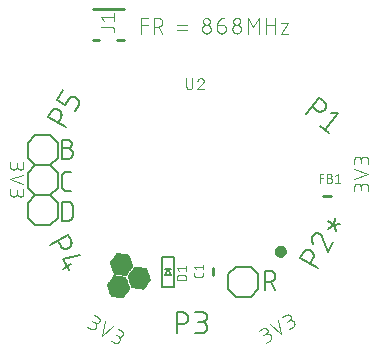
<source format=gbr>
G04 EAGLE Gerber RS-274X export*
G75*
%MOMM*%
%FSLAX34Y34*%
%LPD*%
%INSilkscreen Top*%
%IPPOS*%
%AMOC8*
5,1,8,0,0,1.08239X$1,22.5*%
G01*
%ADD10R,0.751331X0.014731*%
%ADD11R,0.883919X0.014731*%
%ADD12R,1.001775X0.014731*%
%ADD13R,1.119631X0.014731*%
%ADD14R,1.134363X0.014731*%
%ADD15R,1.149094X0.014731*%
%ADD16R,1.163825X0.014731*%
%ADD17R,1.178556X0.014731*%
%ADD18R,1.193288X0.014731*%
%ADD19R,1.222756X0.014731*%
%ADD20R,1.237488X0.014731*%
%ADD21R,1.266950X0.014731*%
%ADD22R,1.281681X0.014731*%
%ADD23R,1.311144X0.014731*%
%ADD24R,1.325881X0.014731*%
%ADD25R,1.355344X0.014731*%
%ADD26R,1.370075X0.014731*%
%ADD27R,1.384806X0.014731*%
%ADD28R,1.399538X0.014731*%
%ADD29R,1.414275X0.014731*%
%ADD30R,1.443738X0.014731*%
%ADD31R,1.458469X0.014731*%
%ADD32R,1.487931X0.014731*%
%ADD33R,1.502663X0.014731*%
%ADD34R,1.517394X0.014731*%
%ADD35R,1.532125X0.014731*%
%ADD36R,1.546856X0.014731*%
%ADD37R,1.576319X0.014731*%
%ADD38R,1.605788X0.014731*%
%ADD39R,1.620519X0.014731*%
%ADD40R,1.649981X0.014731*%
%ADD41R,1.664713X0.014731*%
%ADD42R,1.694175X0.014731*%
%ADD43R,1.708913X0.014731*%
%ADD44R,1.738375X0.014731*%
%ADD45R,1.753106X0.014731*%
%ADD46R,1.767838X0.014731*%
%ADD47R,1.782569X0.014731*%
%ADD48R,1.797306X0.014731*%
%ADD49R,0.117856X0.014731*%
%ADD50R,1.826769X0.014731*%
%ADD51R,0.235713X0.014731*%
%ADD52R,0.353569X0.014731*%
%ADD53R,1.856231X0.014731*%
%ADD54R,0.486156X0.014731*%
%ADD55R,1.870963X0.014731*%
%ADD56R,0.604013X0.014731*%
%ADD57R,0.721869X0.014731*%
%ADD58R,1.885694X0.014731*%
%ADD59R,0.839719X0.014731*%
%ADD60R,0.972306X0.014731*%
%ADD61R,1.090169X0.014731*%
%ADD62R,1.208025X0.014731*%
%ADD63R,1.252219X0.014731*%
%ADD64R,1.296412X0.014731*%
%ADD65R,1.340612X0.014731*%
%ADD66R,1.826763X0.014731*%
%ADD67R,1.414269X0.014731*%
%ADD68R,1.812031X0.014731*%
%ADD69R,1.429000X0.014731*%
%ADD70R,1.458462X0.014731*%
%ADD71R,1.473200X0.014731*%
%ADD72R,1.723644X0.014731*%
%ADD73R,1.694181X0.014731*%
%ADD74R,1.679450X0.014731*%
%ADD75R,1.561594X0.014731*%
%ADD76R,1.576325X0.014731*%
%ADD77R,1.591056X0.014731*%
%ADD78R,1.635250X0.014731*%
%ADD79R,1.561588X0.014731*%
%ADD80R,1.443731X0.014731*%
%ADD81R,1.797300X0.014731*%
%ADD82R,1.841500X0.014731*%
%ADD83R,1.311150X0.014731*%
%ADD84R,1.296419X0.014731*%
%ADD85R,1.193294X0.014731*%
%ADD86R,0.957575X0.014731*%
%ADD87R,0.589281X0.014731*%
%ADD88R,0.471425X0.014731*%
%ADD89R,0.220975X0.014731*%
%ADD90R,1.812038X0.014731*%
%ADD91R,0.103119X0.014731*%
%ADD92R,0.029463X0.014731*%
%ADD93R,0.162050X0.014731*%
%ADD94R,0.265175X0.014731*%
%ADD95R,0.397763X0.014731*%
%ADD96R,0.515619X0.014731*%
%ADD97R,0.648206X0.014731*%
%ADD98R,1.679444X0.014731*%
%ADD99R,1.016506X0.014731*%
%ADD100R,1.104900X0.014731*%
%ADD101R,1.222750X0.014731*%
%ADD102R,1.434338X0.014731*%
%ADD103R,1.208019X0.014731*%
%ADD104R,0.987044X0.014731*%
%ADD105R,0.854456X0.014731*%
%ADD106R,0.618744X0.014731*%
%ADD107R,0.500888X0.014731*%
%ADD108R,0.368300X0.014731*%
%ADD109R,0.132587X0.014731*%
%ADD110R,0.014731X0.014731*%
%ADD111R,1.664719X0.014731*%
%ADD112R,1.075438X0.014731*%
%ADD113R,0.942844X0.014731*%
%ADD114R,0.707131X0.014731*%
%ADD115R,0.456694X0.014731*%
%ADD116R,0.088388X0.014731*%
%ADD117C,0.152400*%
%ADD118C,0.101600*%
%ADD119C,0.127000*%
%ADD120C,0.076200*%
%ADD121C,0.254000*%
%ADD122C,0.508000*%


D10*
X-60253Y50171D03*
D11*
X-60768Y50319D03*
D12*
X-61210Y50466D03*
D13*
X-61652Y50613D03*
D14*
X-61726Y50761D03*
D15*
X-61652Y50908D03*
D16*
X-61579Y51055D03*
D17*
X-61652Y51203D03*
D18*
X-61579Y51350D03*
D19*
X-61579Y51497D03*
D20*
X-61505Y51645D03*
X-61505Y51792D03*
D21*
X-61505Y51939D03*
D22*
X-61431Y52087D03*
D23*
X-61431Y52234D03*
X-61431Y52381D03*
D24*
X-61358Y52528D03*
D25*
X-61358Y52676D03*
D26*
X-61284Y52823D03*
D27*
X-61358Y52970D03*
D28*
X-61284Y53118D03*
D29*
X-61210Y53265D03*
D30*
X-61210Y53412D03*
X-61210Y53560D03*
D31*
X-61137Y53707D03*
D32*
X-61137Y53854D03*
D33*
X-61063Y54002D03*
D34*
X-61137Y54149D03*
D35*
X-61063Y54296D03*
D36*
X-60989Y54444D03*
D37*
X-60989Y54591D03*
X-60989Y54738D03*
D38*
X-60989Y54886D03*
D39*
X-60916Y55033D03*
X-60916Y55180D03*
D40*
X-60916Y55328D03*
D41*
X-60842Y55475D03*
D42*
X-60842Y55622D03*
X-60842Y55770D03*
D43*
X-60768Y55917D03*
D44*
X-60768Y56064D03*
D45*
X-60695Y56211D03*
D46*
X-60768Y56359D03*
D47*
X-60695Y56506D03*
D48*
X-60621Y56653D03*
D49*
X-40143Y56653D03*
D50*
X-60621Y56801D03*
D51*
X-40733Y56801D03*
D50*
X-60621Y56948D03*
D52*
X-41175Y56948D03*
D53*
X-60621Y57095D03*
D54*
X-41690Y57095D03*
D55*
X-60547Y57243D03*
D56*
X-42132Y57243D03*
D55*
X-60547Y57390D03*
D57*
X-42722Y57390D03*
D58*
X-60621Y57537D03*
D59*
X-43164Y57537D03*
D58*
X-60621Y57685D03*
D60*
X-43679Y57685D03*
D55*
X-60695Y57832D03*
D61*
X-44121Y57832D03*
D58*
X-60768Y57979D03*
D13*
X-44268Y57979D03*
D58*
X-60768Y58127D03*
D15*
X-44268Y58127D03*
D58*
X-60916Y58274D03*
D16*
X-44195Y58274D03*
D58*
X-60916Y58421D03*
D17*
X-44121Y58421D03*
D55*
X-60989Y58569D03*
D18*
X-44195Y58569D03*
D58*
X-61063Y58716D03*
D62*
X-44121Y58716D03*
D58*
X-61063Y58863D03*
D20*
X-44121Y58863D03*
D58*
X-61210Y59011D03*
D63*
X-44047Y59011D03*
D58*
X-61210Y59158D03*
D63*
X-44047Y59158D03*
D55*
X-61284Y59305D03*
D22*
X-44047Y59305D03*
D58*
X-61358Y59453D03*
D64*
X-43974Y59453D03*
D58*
X-61358Y59600D03*
D24*
X-43974Y59600D03*
D58*
X-61505Y59747D03*
D24*
X-43974Y59747D03*
D58*
X-61505Y59894D03*
D65*
X-43900Y59894D03*
D55*
X-61579Y60042D03*
D26*
X-43900Y60042D03*
D53*
X-61505Y60189D03*
D27*
X-43826Y60189D03*
D53*
X-61505Y60336D03*
D28*
X-43900Y60336D03*
D66*
X-61505Y60484D03*
D67*
X-43826Y60484D03*
D68*
X-61431Y60631D03*
D69*
X-43753Y60631D03*
D47*
X-61431Y60778D03*
D70*
X-43753Y60778D03*
D47*
X-61431Y60926D03*
D70*
X-43753Y60926D03*
D46*
X-61358Y61073D03*
D71*
X-43679Y61073D03*
D44*
X-61358Y61220D03*
D33*
X-43679Y61220D03*
D72*
X-61284Y61368D03*
D33*
X-43679Y61368D03*
D43*
X-61358Y61515D03*
D35*
X-43679Y61515D03*
D73*
X-61284Y61662D03*
D36*
X-43605Y61662D03*
D74*
X-61210Y61810D03*
D75*
X-43532Y61810D03*
D40*
X-61210Y61957D03*
D76*
X-43605Y61957D03*
D40*
X-61210Y62104D03*
D77*
X-43532Y62104D03*
D78*
X-61137Y62252D03*
D39*
X-43532Y62252D03*
D38*
X-61137Y62399D03*
D78*
X-43458Y62399D03*
D38*
X-61137Y62546D03*
D78*
X-43458Y62546D03*
D76*
X-61137Y62694D03*
D41*
X-43458Y62694D03*
D79*
X-61063Y62841D03*
D74*
X-43384Y62841D03*
D36*
X-60989Y62988D03*
D43*
X-43384Y62988D03*
D35*
X-61063Y63136D03*
D43*
X-43384Y63136D03*
D34*
X-60989Y63283D03*
D72*
X-43311Y63283D03*
D32*
X-60989Y63430D03*
D45*
X-43311Y63430D03*
D71*
X-60916Y63577D03*
D46*
X-43237Y63577D03*
D71*
X-60916Y63725D03*
D47*
X-43311Y63725D03*
D80*
X-60916Y63872D03*
D81*
X-43237Y63872D03*
D69*
X-60842Y64019D03*
D68*
X-43164Y64019D03*
D28*
X-60842Y64167D03*
D82*
X-43164Y64167D03*
D28*
X-60842Y64314D03*
D82*
X-43164Y64314D03*
D27*
X-60768Y64461D03*
D55*
X-43164Y64461D03*
D25*
X-60768Y64609D03*
D58*
X-43090Y64609D03*
D65*
X-60695Y64756D03*
D55*
X-43164Y64756D03*
D24*
X-60768Y64903D03*
D58*
X-43237Y64903D03*
D83*
X-60695Y65051D03*
D58*
X-43237Y65051D03*
D84*
X-60621Y65198D03*
D55*
X-43311Y65198D03*
D21*
X-60621Y65345D03*
D58*
X-43384Y65345D03*
D21*
X-60621Y65493D03*
D58*
X-43384Y65493D03*
D63*
X-60547Y65640D03*
D58*
X-43532Y65640D03*
D19*
X-60547Y65787D03*
D58*
X-43532Y65787D03*
D62*
X-60474Y65935D03*
D55*
X-43605Y65935D03*
D85*
X-60547Y66082D03*
D58*
X-43679Y66082D03*
D17*
X-60474Y66229D03*
D58*
X-43679Y66229D03*
D16*
X-60400Y66377D03*
D58*
X-43826Y66377D03*
D15*
X-60474Y66524D03*
D58*
X-43826Y66524D03*
D14*
X-60400Y66671D03*
D55*
X-43900Y66671D03*
D61*
X-60474Y66819D03*
D58*
X-43974Y66819D03*
D86*
X-60989Y66966D03*
D58*
X-43974Y66966D03*
D59*
X-61579Y67113D03*
D58*
X-44121Y67113D03*
D57*
X-62020Y67260D03*
D58*
X-44121Y67260D03*
D87*
X-62536Y67408D03*
D53*
X-44121Y67408D03*
D88*
X-62978Y67555D03*
D82*
X-44047Y67555D03*
D52*
X-63567Y67702D03*
D82*
X-44047Y67702D03*
D89*
X-64083Y67850D03*
D90*
X-44047Y67850D03*
D91*
X-64525Y67997D03*
D48*
X-43974Y67997D03*
D92*
X-54728Y68144D03*
D47*
X-44047Y68144D03*
D93*
X-55244Y68292D03*
D46*
X-43974Y68292D03*
D94*
X-55759Y68439D03*
D45*
X-43900Y68439D03*
D95*
X-56275Y68586D03*
D72*
X-43900Y68586D03*
D96*
X-56717Y68734D03*
D72*
X-43900Y68734D03*
D97*
X-57233Y68881D03*
D73*
X-43900Y68881D03*
D10*
X-57748Y69028D03*
D98*
X-43826Y69028D03*
D11*
X-58264Y69176D03*
D41*
X-43753Y69176D03*
D99*
X-58779Y69323D03*
D40*
X-43826Y69323D03*
D100*
X-59221Y69470D03*
D78*
X-43753Y69470D03*
D14*
X-59221Y69618D03*
D39*
X-43679Y69618D03*
D15*
X-59148Y69765D03*
D77*
X-43679Y69765D03*
D16*
X-59074Y69912D03*
D77*
X-43679Y69912D03*
D17*
X-59148Y70060D03*
D79*
X-43679Y70060D03*
D18*
X-59074Y70207D03*
D36*
X-43605Y70207D03*
D101*
X-59074Y70354D03*
D35*
X-43532Y70354D03*
D20*
X-59000Y70502D03*
D34*
X-43605Y70502D03*
D20*
X-59000Y70649D03*
D33*
X-43532Y70649D03*
D21*
X-59000Y70796D03*
D71*
X-43532Y70796D03*
D22*
X-58927Y70943D03*
D31*
X-43458Y70943D03*
D23*
X-58927Y71091D03*
D31*
X-43458Y71091D03*
D23*
X-58927Y71238D03*
D102*
X-43495Y71238D03*
D24*
X-58853Y71385D03*
D67*
X-43384Y71385D03*
D25*
X-58853Y71533D03*
D27*
X-43384Y71533D03*
D26*
X-58779Y71680D03*
D27*
X-43384Y71680D03*
X-58853Y71827D03*
D26*
X-43311Y71827D03*
D28*
X-58779Y71975D03*
D65*
X-43311Y71975D03*
D67*
X-58706Y72122D03*
D65*
X-43311Y72122D03*
D30*
X-58706Y72269D03*
D83*
X-43311Y72269D03*
D30*
X-58706Y72417D03*
D64*
X-43237Y72417D03*
D71*
X-58706Y72564D03*
D22*
X-43164Y72564D03*
D32*
X-58632Y72711D03*
D21*
X-43237Y72711D03*
D33*
X-58558Y72859D03*
D63*
X-43164Y72859D03*
D34*
X-58632Y73006D03*
D19*
X-43164Y73006D03*
D35*
X-58558Y73153D03*
D103*
X-43090Y73153D03*
D79*
X-58558Y73301D03*
D103*
X-43090Y73301D03*
D37*
X-58485Y73448D03*
D17*
X-43090Y73448D03*
D37*
X-58485Y73595D03*
D16*
X-43016Y73595D03*
D38*
X-58485Y73743D03*
D15*
X-42943Y73743D03*
D39*
X-58411Y73890D03*
D14*
X-43016Y73890D03*
D39*
X-58411Y74037D03*
D100*
X-43016Y74037D03*
D40*
X-58411Y74185D03*
D104*
X-43458Y74185D03*
D41*
X-58337Y74332D03*
D105*
X-43974Y74332D03*
D42*
X-58337Y74479D03*
D10*
X-44489Y74479D03*
D42*
X-58337Y74626D03*
D106*
X-45005Y74626D03*
D43*
X-58264Y74774D03*
D107*
X-45447Y74774D03*
D44*
X-58264Y74921D03*
D108*
X-45963Y74921D03*
D45*
X-58190Y75068D03*
D94*
X-46478Y75068D03*
D46*
X-58264Y75216D03*
D109*
X-46994Y75216D03*
D47*
X-58190Y75363D03*
D110*
X-47436Y75363D03*
D48*
X-58116Y75510D03*
D50*
X-58116Y75658D03*
X-58116Y75805D03*
D53*
X-58116Y75952D03*
D55*
X-58043Y76100D03*
X-58043Y76247D03*
D58*
X-58116Y76394D03*
X-58116Y76542D03*
X-58264Y76689D03*
X-58264Y76836D03*
D55*
X-58337Y76984D03*
D58*
X-58411Y77131D03*
X-58411Y77278D03*
X-58558Y77426D03*
X-58558Y77573D03*
D55*
X-58632Y77720D03*
D58*
X-58706Y77868D03*
X-58706Y78015D03*
D55*
X-58779Y78162D03*
D58*
X-58853Y78309D03*
X-58853Y78457D03*
X-59000Y78604D03*
X-59000Y78751D03*
D55*
X-59074Y78899D03*
D53*
X-59000Y79046D03*
X-59000Y79193D03*
D66*
X-59000Y79341D03*
D68*
X-58927Y79488D03*
D47*
X-58927Y79635D03*
X-58927Y79783D03*
D46*
X-58853Y79930D03*
D44*
X-58853Y80077D03*
D72*
X-58779Y80225D03*
D43*
X-58853Y80372D03*
D73*
X-58779Y80519D03*
D74*
X-58706Y80667D03*
D111*
X-58779Y80814D03*
D40*
X-58706Y80961D03*
D39*
X-58706Y81109D03*
D38*
X-58632Y81256D03*
X-58632Y81403D03*
D76*
X-58632Y81551D03*
D79*
X-58558Y81698D03*
D35*
X-58558Y81845D03*
X-58558Y81992D03*
D34*
X-58485Y82140D03*
D32*
X-58485Y82287D03*
D71*
X-58411Y82434D03*
X-58411Y82582D03*
D80*
X-58411Y82729D03*
D69*
X-58337Y82876D03*
D28*
X-58337Y83024D03*
X-58337Y83171D03*
D27*
X-58264Y83318D03*
D25*
X-58264Y83466D03*
D65*
X-58190Y83613D03*
D24*
X-58264Y83760D03*
D83*
X-58190Y83908D03*
D84*
X-58116Y84055D03*
D21*
X-58116Y84202D03*
X-58116Y84350D03*
D20*
X-58116Y84497D03*
D19*
X-58043Y84644D03*
D62*
X-57969Y84792D03*
D85*
X-58043Y84939D03*
D17*
X-57969Y85086D03*
D15*
X-57969Y85234D03*
X-57969Y85381D03*
D14*
X-57896Y85528D03*
D112*
X-58043Y85675D03*
D113*
X-58558Y85823D03*
D59*
X-59074Y85970D03*
D114*
X-59590Y86117D03*
D87*
X-60032Y86265D03*
D115*
X-60547Y86412D03*
D52*
X-61063Y86559D03*
D89*
X-61579Y86707D03*
D116*
X-62094Y86854D03*
D49*
X-57593Y49326D03*
D51*
X-58183Y49473D03*
D52*
X-58624Y49620D03*
D54*
X-59140Y49767D03*
D56*
X-59582Y49915D03*
D57*
X-60171Y50062D03*
D59*
X-60613Y50209D03*
D60*
X-61129Y50357D03*
D61*
X-61571Y50504D03*
D13*
X-61718Y50651D03*
D117*
X97564Y205724D02*
X108993Y219344D01*
X112776Y216170D01*
X112776Y216169D02*
X112882Y216078D01*
X112985Y215984D01*
X113085Y215887D01*
X113183Y215787D01*
X113278Y215684D01*
X113369Y215579D01*
X113458Y215471D01*
X113544Y215360D01*
X113627Y215247D01*
X113706Y215132D01*
X113782Y215015D01*
X113855Y214896D01*
X113924Y214774D01*
X113990Y214651D01*
X114052Y214526D01*
X114111Y214399D01*
X114166Y214271D01*
X114218Y214141D01*
X114266Y214009D01*
X114310Y213877D01*
X114350Y213743D01*
X114386Y213608D01*
X114419Y213472D01*
X114448Y213335D01*
X114473Y213198D01*
X114494Y213060D01*
X114511Y212921D01*
X114524Y212782D01*
X114533Y212642D01*
X114539Y212502D01*
X114540Y212363D01*
X114537Y212223D01*
X114531Y212083D01*
X114520Y211944D01*
X114506Y211805D01*
X114487Y211666D01*
X114465Y211528D01*
X114439Y211391D01*
X114409Y211255D01*
X114375Y211119D01*
X114337Y210984D01*
X114295Y210851D01*
X114250Y210719D01*
X114201Y210588D01*
X114148Y210458D01*
X114092Y210330D01*
X114032Y210204D01*
X113968Y210080D01*
X113901Y209957D01*
X113831Y209836D01*
X113757Y209718D01*
X113680Y209601D01*
X113599Y209487D01*
X113516Y209375D01*
X113429Y209265D01*
X113339Y209158D01*
X113246Y209054D01*
X113151Y208952D01*
X113052Y208853D01*
X112951Y208756D01*
X112847Y208663D01*
X112740Y208573D01*
X112631Y208485D01*
X112519Y208401D01*
X112405Y208320D01*
X112289Y208243D01*
X112171Y208168D01*
X112050Y208097D01*
X111928Y208030D01*
X111804Y207965D01*
X111678Y207905D01*
X111550Y207848D01*
X111421Y207795D01*
X111290Y207745D01*
X111158Y207699D01*
X111025Y207657D01*
X110891Y207618D01*
X110755Y207584D01*
X110619Y207553D01*
X110482Y207526D01*
X110344Y207503D01*
X110205Y207484D01*
X110066Y207469D01*
X109927Y207458D01*
X109787Y207451D01*
X109648Y207447D01*
X109508Y207448D01*
X109368Y207452D01*
X109229Y207461D01*
X109089Y207474D01*
X108951Y207490D01*
X108812Y207510D01*
X108675Y207535D01*
X108538Y207563D01*
X108402Y207595D01*
X108267Y207631D01*
X108132Y207670D01*
X108000Y207714D01*
X107868Y207761D01*
X107738Y207812D01*
X107609Y207866D01*
X107482Y207925D01*
X107357Y207986D01*
X107233Y208052D01*
X107111Y208120D01*
X106992Y208193D01*
X106874Y208268D01*
X106759Y208347D01*
X106645Y208429D01*
X106535Y208514D01*
X106426Y208603D01*
X106427Y208603D02*
X102643Y211778D01*
X118706Y206036D02*
X125029Y205888D01*
X113600Y192268D01*
X109817Y195443D02*
X117383Y189093D01*
X92486Y83750D02*
X107884Y74860D01*
X92486Y83750D02*
X94955Y88027D01*
X95026Y88147D01*
X95101Y88265D01*
X95180Y88380D01*
X95261Y88494D01*
X95346Y88605D01*
X95434Y88714D01*
X95524Y88820D01*
X95618Y88924D01*
X95715Y89025D01*
X95815Y89123D01*
X95917Y89218D01*
X96022Y89310D01*
X96129Y89400D01*
X96239Y89486D01*
X96352Y89569D01*
X96466Y89649D01*
X96583Y89726D01*
X96702Y89799D01*
X96823Y89869D01*
X96946Y89935D01*
X97071Y89998D01*
X97198Y90058D01*
X97326Y90113D01*
X97456Y90165D01*
X97587Y90214D01*
X97719Y90259D01*
X97853Y90300D01*
X97987Y90337D01*
X98123Y90370D01*
X98260Y90399D01*
X98397Y90425D01*
X98535Y90447D01*
X98674Y90464D01*
X98813Y90478D01*
X98953Y90488D01*
X99092Y90494D01*
X99232Y90496D01*
X99372Y90494D01*
X99511Y90488D01*
X99651Y90478D01*
X99790Y90464D01*
X99929Y90447D01*
X100067Y90425D01*
X100204Y90399D01*
X100341Y90370D01*
X100477Y90337D01*
X100611Y90299D01*
X100745Y90259D01*
X100877Y90214D01*
X101009Y90165D01*
X101138Y90113D01*
X101266Y90058D01*
X101393Y89998D01*
X101518Y89935D01*
X101641Y89869D01*
X101762Y89799D01*
X101881Y89726D01*
X101998Y89649D01*
X102112Y89569D01*
X102225Y89486D01*
X102335Y89400D01*
X102442Y89310D01*
X102547Y89218D01*
X102649Y89123D01*
X102749Y89025D01*
X102846Y88924D01*
X102940Y88820D01*
X103030Y88714D01*
X103118Y88605D01*
X103203Y88494D01*
X103284Y88380D01*
X103363Y88265D01*
X103438Y88147D01*
X103509Y88026D01*
X103577Y87904D01*
X103642Y87781D01*
X103703Y87655D01*
X103761Y87527D01*
X103815Y87399D01*
X103865Y87268D01*
X103912Y87136D01*
X103955Y87003D01*
X103994Y86869D01*
X104029Y86734D01*
X104060Y86598D01*
X104088Y86460D01*
X104111Y86323D01*
X104131Y86184D01*
X104147Y86045D01*
X104159Y85906D01*
X104167Y85767D01*
X104171Y85627D01*
X104171Y85487D01*
X104167Y85347D01*
X104159Y85208D01*
X104147Y85069D01*
X104131Y84930D01*
X104111Y84791D01*
X104088Y84653D01*
X104060Y84516D01*
X104029Y84380D01*
X103994Y84245D01*
X103955Y84111D01*
X103912Y83978D01*
X103865Y83846D01*
X103815Y83715D01*
X103761Y83586D01*
X103703Y83459D01*
X103642Y83333D01*
X103577Y83210D01*
X103509Y83087D01*
X103510Y83088D02*
X101040Y78811D01*
X103200Y102307D02*
X103267Y102420D01*
X103338Y102531D01*
X103412Y102640D01*
X103489Y102746D01*
X103570Y102851D01*
X103653Y102952D01*
X103740Y103052D01*
X103829Y103149D01*
X103921Y103243D01*
X104016Y103334D01*
X104114Y103422D01*
X104214Y103508D01*
X104317Y103590D01*
X104422Y103670D01*
X104530Y103746D01*
X104639Y103819D01*
X104751Y103889D01*
X104865Y103955D01*
X104980Y104018D01*
X105098Y104078D01*
X105217Y104134D01*
X105338Y104186D01*
X105460Y104235D01*
X105584Y104281D01*
X105709Y104322D01*
X105835Y104360D01*
X105962Y104394D01*
X106090Y104424D01*
X106220Y104451D01*
X106349Y104474D01*
X106480Y104492D01*
X106611Y104507D01*
X106742Y104518D01*
X106873Y104526D01*
X107005Y104529D01*
X107137Y104528D01*
X107268Y104524D01*
X107400Y104515D01*
X107531Y104503D01*
X107662Y104487D01*
X107792Y104466D01*
X107922Y104443D01*
X108050Y104415D01*
X108178Y104383D01*
X108305Y104348D01*
X108431Y104309D01*
X108556Y104266D01*
X108679Y104219D01*
X108801Y104169D01*
X108921Y104116D01*
X109040Y104058D01*
X109156Y103998D01*
X109271Y103933D01*
X103199Y102307D02*
X103126Y102176D01*
X103056Y102044D01*
X102990Y101909D01*
X102928Y101773D01*
X102869Y101636D01*
X102813Y101497D01*
X102761Y101357D01*
X102713Y101215D01*
X102669Y101072D01*
X102628Y100928D01*
X102592Y100783D01*
X102559Y100637D01*
X102529Y100490D01*
X102504Y100343D01*
X102483Y100195D01*
X102465Y100046D01*
X102451Y99897D01*
X102442Y99748D01*
X102436Y99598D01*
X102434Y99449D01*
X102436Y99299D01*
X102442Y99150D01*
X102452Y99000D01*
X102466Y98851D01*
X102483Y98703D01*
X102505Y98555D01*
X102530Y98407D01*
X102559Y98261D01*
X102593Y98115D01*
X102629Y97970D01*
X102670Y97826D01*
X102715Y97683D01*
X102763Y97541D01*
X102815Y97401D01*
X102870Y97262D01*
X102929Y97124D01*
X102992Y96989D01*
X103058Y96854D01*
X103128Y96722D01*
X103201Y96592D01*
X103278Y96463D01*
X103358Y96337D01*
X103441Y96212D01*
X103528Y96090D01*
X103617Y95970D01*
X103710Y95853D01*
X103806Y95738D01*
X103905Y95626D01*
X111524Y100922D02*
X111491Y101051D01*
X111454Y101179D01*
X111414Y101306D01*
X111370Y101432D01*
X111323Y101557D01*
X111272Y101680D01*
X111218Y101802D01*
X111160Y101922D01*
X111099Y102040D01*
X111035Y102157D01*
X110967Y102272D01*
X110897Y102385D01*
X110823Y102496D01*
X110746Y102605D01*
X110666Y102712D01*
X110583Y102816D01*
X110498Y102919D01*
X110409Y103018D01*
X110318Y103115D01*
X110224Y103210D01*
X110128Y103302D01*
X110029Y103391D01*
X109927Y103477D01*
X109823Y103561D01*
X109717Y103642D01*
X109609Y103719D01*
X109498Y103794D01*
X109386Y103865D01*
X109271Y103933D01*
X111525Y100922D02*
X115881Y88712D01*
X120820Y97266D01*
X121017Y111436D02*
X115884Y114399D01*
X121017Y111436D02*
X126595Y112207D01*
X121017Y111436D02*
X123138Y106219D01*
X121017Y111436D02*
X122022Y117129D01*
X121017Y111436D02*
X116590Y107719D01*
X-105635Y194135D02*
X-121033Y203025D01*
X-118563Y207302D01*
X-118563Y207303D02*
X-118492Y207423D01*
X-118417Y207541D01*
X-118338Y207656D01*
X-118257Y207770D01*
X-118172Y207881D01*
X-118084Y207990D01*
X-117994Y208096D01*
X-117900Y208200D01*
X-117803Y208301D01*
X-117703Y208399D01*
X-117601Y208494D01*
X-117496Y208586D01*
X-117389Y208676D01*
X-117279Y208762D01*
X-117166Y208845D01*
X-117052Y208925D01*
X-116935Y209002D01*
X-116816Y209075D01*
X-116695Y209145D01*
X-116572Y209211D01*
X-116447Y209274D01*
X-116320Y209334D01*
X-116192Y209389D01*
X-116062Y209441D01*
X-115931Y209490D01*
X-115799Y209535D01*
X-115665Y209576D01*
X-115531Y209613D01*
X-115395Y209646D01*
X-115258Y209675D01*
X-115121Y209701D01*
X-114983Y209723D01*
X-114844Y209740D01*
X-114705Y209754D01*
X-114565Y209764D01*
X-114426Y209770D01*
X-114286Y209772D01*
X-114146Y209770D01*
X-114007Y209764D01*
X-113867Y209754D01*
X-113728Y209740D01*
X-113589Y209723D01*
X-113451Y209701D01*
X-113314Y209675D01*
X-113177Y209646D01*
X-113041Y209613D01*
X-112907Y209575D01*
X-112773Y209535D01*
X-112641Y209490D01*
X-112509Y209441D01*
X-112380Y209389D01*
X-112252Y209334D01*
X-112125Y209274D01*
X-112000Y209211D01*
X-111877Y209145D01*
X-111756Y209075D01*
X-111637Y209002D01*
X-111520Y208925D01*
X-111406Y208845D01*
X-111293Y208762D01*
X-111183Y208676D01*
X-111076Y208586D01*
X-110971Y208494D01*
X-110869Y208399D01*
X-110769Y208301D01*
X-110672Y208200D01*
X-110578Y208096D01*
X-110488Y207990D01*
X-110400Y207881D01*
X-110315Y207770D01*
X-110234Y207656D01*
X-110155Y207541D01*
X-110080Y207423D01*
X-110009Y207302D01*
X-109941Y207180D01*
X-109876Y207057D01*
X-109815Y206931D01*
X-109757Y206803D01*
X-109703Y206675D01*
X-109653Y206544D01*
X-109606Y206412D01*
X-109563Y206279D01*
X-109524Y206145D01*
X-109489Y206010D01*
X-109458Y205874D01*
X-109430Y205736D01*
X-109407Y205599D01*
X-109387Y205460D01*
X-109371Y205321D01*
X-109359Y205182D01*
X-109351Y205043D01*
X-109347Y204903D01*
X-109347Y204763D01*
X-109351Y204623D01*
X-109359Y204484D01*
X-109371Y204345D01*
X-109387Y204206D01*
X-109407Y204067D01*
X-109430Y203929D01*
X-109458Y203792D01*
X-109489Y203656D01*
X-109524Y203521D01*
X-109563Y203387D01*
X-109606Y203254D01*
X-109653Y203122D01*
X-109703Y202991D01*
X-109757Y202863D01*
X-109815Y202735D01*
X-109876Y202609D01*
X-109941Y202486D01*
X-110009Y202363D01*
X-112478Y198086D01*
X-97637Y207987D02*
X-94674Y213120D01*
X-94674Y213119D02*
X-94614Y213228D01*
X-94557Y213338D01*
X-94504Y213450D01*
X-94454Y213564D01*
X-94407Y213679D01*
X-94365Y213796D01*
X-94326Y213913D01*
X-94291Y214032D01*
X-94259Y214153D01*
X-94231Y214274D01*
X-94207Y214395D01*
X-94187Y214518D01*
X-94171Y214641D01*
X-94159Y214764D01*
X-94150Y214888D01*
X-94146Y215012D01*
X-94145Y215136D01*
X-94148Y215260D01*
X-94156Y215384D01*
X-94167Y215508D01*
X-94182Y215631D01*
X-94200Y215754D01*
X-94223Y215876D01*
X-94249Y215997D01*
X-94280Y216118D01*
X-94314Y216237D01*
X-94351Y216355D01*
X-94393Y216472D01*
X-94438Y216588D01*
X-94487Y216702D01*
X-94539Y216815D01*
X-94595Y216925D01*
X-94654Y217035D01*
X-94716Y217142D01*
X-94782Y217247D01*
X-94852Y217350D01*
X-94924Y217451D01*
X-95000Y217549D01*
X-95078Y217645D01*
X-95160Y217739D01*
X-95244Y217830D01*
X-95332Y217918D01*
X-95422Y218003D01*
X-95514Y218086D01*
X-95610Y218166D01*
X-95707Y218242D01*
X-95807Y218316D01*
X-95910Y218386D01*
X-96014Y218453D01*
X-96121Y218517D01*
X-96120Y218517D02*
X-97831Y219505D01*
X-97832Y219505D02*
X-97940Y219565D01*
X-98050Y219622D01*
X-98162Y219675D01*
X-98276Y219725D01*
X-98391Y219772D01*
X-98508Y219814D01*
X-98626Y219853D01*
X-98745Y219888D01*
X-98865Y219920D01*
X-98986Y219948D01*
X-99107Y219972D01*
X-99230Y219992D01*
X-99353Y220008D01*
X-99476Y220020D01*
X-99600Y220029D01*
X-99724Y220033D01*
X-99848Y220034D01*
X-99972Y220031D01*
X-100096Y220023D01*
X-100220Y220012D01*
X-100343Y219997D01*
X-100466Y219979D01*
X-100588Y219956D01*
X-100709Y219930D01*
X-100830Y219899D01*
X-100949Y219865D01*
X-101067Y219828D01*
X-101184Y219786D01*
X-101300Y219741D01*
X-101414Y219692D01*
X-101527Y219640D01*
X-101637Y219584D01*
X-101747Y219525D01*
X-101854Y219463D01*
X-101959Y219397D01*
X-102062Y219327D01*
X-102163Y219255D01*
X-102261Y219179D01*
X-102357Y219101D01*
X-102451Y219019D01*
X-102542Y218935D01*
X-102630Y218847D01*
X-102715Y218757D01*
X-102798Y218665D01*
X-102877Y218569D01*
X-102954Y218472D01*
X-103028Y218372D01*
X-103098Y218269D01*
X-103165Y218165D01*
X-103229Y218059D01*
X-103228Y218058D02*
X-106192Y212926D01*
X-113035Y216877D01*
X-108096Y225431D01*
X-103998Y103067D02*
X-119396Y94177D01*
X-103998Y103067D02*
X-101529Y98790D01*
X-101529Y98791D02*
X-101461Y98668D01*
X-101396Y98545D01*
X-101335Y98419D01*
X-101277Y98291D01*
X-101223Y98163D01*
X-101173Y98032D01*
X-101126Y97900D01*
X-101083Y97767D01*
X-101044Y97633D01*
X-101009Y97498D01*
X-100978Y97362D01*
X-100950Y97224D01*
X-100927Y97087D01*
X-100907Y96948D01*
X-100891Y96809D01*
X-100879Y96670D01*
X-100871Y96531D01*
X-100867Y96391D01*
X-100867Y96251D01*
X-100871Y96111D01*
X-100879Y95972D01*
X-100891Y95833D01*
X-100907Y95694D01*
X-100927Y95555D01*
X-100950Y95418D01*
X-100978Y95280D01*
X-101009Y95144D01*
X-101044Y95009D01*
X-101083Y94875D01*
X-101126Y94742D01*
X-101173Y94610D01*
X-101223Y94479D01*
X-101277Y94351D01*
X-101335Y94223D01*
X-101396Y94097D01*
X-101461Y93974D01*
X-101529Y93851D01*
X-101600Y93731D01*
X-101675Y93613D01*
X-101754Y93498D01*
X-101835Y93384D01*
X-101920Y93273D01*
X-102008Y93164D01*
X-102098Y93058D01*
X-102192Y92954D01*
X-102289Y92853D01*
X-102389Y92755D01*
X-102491Y92660D01*
X-102596Y92568D01*
X-102703Y92478D01*
X-102813Y92392D01*
X-102926Y92309D01*
X-103040Y92229D01*
X-103157Y92152D01*
X-103276Y92079D01*
X-103397Y92009D01*
X-103520Y91943D01*
X-103645Y91880D01*
X-103772Y91820D01*
X-103900Y91765D01*
X-104030Y91713D01*
X-104161Y91664D01*
X-104293Y91619D01*
X-104427Y91578D01*
X-104561Y91541D01*
X-104697Y91508D01*
X-104834Y91479D01*
X-104971Y91453D01*
X-105109Y91431D01*
X-105248Y91414D01*
X-105387Y91400D01*
X-105527Y91390D01*
X-105666Y91384D01*
X-105806Y91382D01*
X-105946Y91384D01*
X-106085Y91390D01*
X-106225Y91400D01*
X-106364Y91414D01*
X-106503Y91431D01*
X-106641Y91453D01*
X-106778Y91479D01*
X-106915Y91508D01*
X-107051Y91541D01*
X-107185Y91579D01*
X-107319Y91619D01*
X-107451Y91664D01*
X-107583Y91713D01*
X-107712Y91765D01*
X-107840Y91820D01*
X-107967Y91880D01*
X-108092Y91943D01*
X-108215Y92009D01*
X-108336Y92079D01*
X-108455Y92152D01*
X-108572Y92229D01*
X-108686Y92309D01*
X-108799Y92392D01*
X-108909Y92478D01*
X-109016Y92568D01*
X-109121Y92660D01*
X-109223Y92755D01*
X-109323Y92853D01*
X-109420Y92954D01*
X-109514Y93058D01*
X-109604Y93164D01*
X-109692Y93273D01*
X-109777Y93384D01*
X-109858Y93498D01*
X-109937Y93613D01*
X-110012Y93731D01*
X-110083Y93852D01*
X-110083Y93851D02*
X-112553Y98128D01*
X-107977Y82301D02*
X-94025Y85793D01*
X-107977Y82301D02*
X-103038Y73746D01*
X-101098Y78288D02*
X-107942Y74337D01*
D118*
X63686Y11806D02*
X66497Y13429D01*
X66594Y13487D01*
X66689Y13549D01*
X66782Y13614D01*
X66872Y13682D01*
X66960Y13753D01*
X67046Y13828D01*
X67129Y13905D01*
X67209Y13985D01*
X67286Y14068D01*
X67361Y14154D01*
X67432Y14242D01*
X67500Y14332D01*
X67565Y14425D01*
X67627Y14520D01*
X67685Y14617D01*
X67740Y14716D01*
X67791Y14817D01*
X67839Y14920D01*
X67884Y15024D01*
X67924Y15130D01*
X67961Y15237D01*
X67994Y15345D01*
X68024Y15455D01*
X68049Y15565D01*
X68071Y15676D01*
X68088Y15788D01*
X68102Y15901D01*
X68112Y16014D01*
X68118Y16127D01*
X68120Y16240D01*
X68118Y16353D01*
X68112Y16466D01*
X68102Y16579D01*
X68088Y16692D01*
X68071Y16804D01*
X68049Y16915D01*
X68024Y17025D01*
X67994Y17135D01*
X67961Y17243D01*
X67924Y17350D01*
X67884Y17456D01*
X67839Y17560D01*
X67791Y17663D01*
X67740Y17764D01*
X67685Y17863D01*
X67627Y17960D01*
X67565Y18055D01*
X67500Y18148D01*
X67432Y18238D01*
X67361Y18326D01*
X67286Y18412D01*
X67209Y18495D01*
X67129Y18575D01*
X67046Y18652D01*
X66960Y18727D01*
X66872Y18798D01*
X66782Y18866D01*
X66689Y18931D01*
X66594Y18993D01*
X66497Y19051D01*
X66398Y19106D01*
X66297Y19157D01*
X66194Y19205D01*
X66090Y19250D01*
X65984Y19290D01*
X65877Y19327D01*
X65769Y19360D01*
X65659Y19390D01*
X65549Y19415D01*
X65438Y19437D01*
X65326Y19454D01*
X65213Y19468D01*
X65100Y19478D01*
X64987Y19484D01*
X64874Y19486D01*
X64761Y19484D01*
X64648Y19478D01*
X64535Y19468D01*
X64422Y19454D01*
X64310Y19437D01*
X64199Y19415D01*
X64089Y19390D01*
X63979Y19360D01*
X63871Y19327D01*
X63764Y19290D01*
X63658Y19250D01*
X63554Y19205D01*
X63451Y19157D01*
X63350Y19106D01*
X63251Y19051D01*
X61217Y23872D02*
X57844Y21925D01*
X61217Y23872D02*
X61305Y23921D01*
X61395Y23966D01*
X61487Y24008D01*
X61580Y24046D01*
X61675Y24080D01*
X61770Y24111D01*
X61867Y24138D01*
X61965Y24161D01*
X62064Y24181D01*
X62164Y24196D01*
X62264Y24208D01*
X62364Y24216D01*
X62465Y24220D01*
X62565Y24220D01*
X62666Y24216D01*
X62766Y24208D01*
X62866Y24196D01*
X62966Y24181D01*
X63065Y24161D01*
X63163Y24138D01*
X63260Y24111D01*
X63355Y24080D01*
X63450Y24046D01*
X63543Y24008D01*
X63635Y23966D01*
X63725Y23921D01*
X63813Y23872D01*
X63899Y23820D01*
X63983Y23765D01*
X64065Y23706D01*
X64145Y23645D01*
X64222Y23580D01*
X64296Y23512D01*
X64368Y23442D01*
X64437Y23369D01*
X64504Y23293D01*
X64567Y23214D01*
X64627Y23134D01*
X64684Y23051D01*
X64738Y22965D01*
X64788Y22878D01*
X64835Y22789D01*
X64878Y22698D01*
X64918Y22606D01*
X64954Y22512D01*
X64987Y22417D01*
X65016Y22320D01*
X65041Y22223D01*
X65062Y22124D01*
X65080Y22025D01*
X65093Y21925D01*
X65103Y21825D01*
X65109Y21725D01*
X65111Y21624D01*
X65109Y21523D01*
X65103Y21423D01*
X65093Y21323D01*
X65080Y21223D01*
X65062Y21124D01*
X65041Y21025D01*
X65016Y20928D01*
X64987Y20831D01*
X64954Y20736D01*
X64918Y20642D01*
X64878Y20550D01*
X64835Y20459D01*
X64788Y20370D01*
X64738Y20283D01*
X64684Y20197D01*
X64627Y20114D01*
X64567Y20034D01*
X64504Y19955D01*
X64437Y19879D01*
X64368Y19806D01*
X64296Y19736D01*
X64222Y19668D01*
X64145Y19603D01*
X64065Y19542D01*
X63983Y19483D01*
X63899Y19428D01*
X63813Y19376D01*
X63813Y19375D02*
X61565Y18077D01*
X67180Y27315D02*
X76395Y19144D01*
X73926Y31210D01*
X83483Y23236D02*
X86294Y24859D01*
X86391Y24917D01*
X86486Y24979D01*
X86579Y25044D01*
X86669Y25112D01*
X86757Y25183D01*
X86843Y25258D01*
X86926Y25335D01*
X87006Y25415D01*
X87083Y25498D01*
X87158Y25584D01*
X87229Y25672D01*
X87297Y25762D01*
X87362Y25855D01*
X87424Y25950D01*
X87482Y26047D01*
X87537Y26146D01*
X87588Y26247D01*
X87636Y26350D01*
X87681Y26454D01*
X87721Y26560D01*
X87758Y26667D01*
X87791Y26775D01*
X87821Y26885D01*
X87846Y26995D01*
X87868Y27106D01*
X87885Y27218D01*
X87899Y27331D01*
X87909Y27444D01*
X87915Y27557D01*
X87917Y27670D01*
X87915Y27783D01*
X87909Y27896D01*
X87899Y28009D01*
X87885Y28122D01*
X87868Y28234D01*
X87846Y28345D01*
X87821Y28455D01*
X87791Y28565D01*
X87758Y28673D01*
X87721Y28780D01*
X87681Y28886D01*
X87636Y28990D01*
X87588Y29093D01*
X87537Y29194D01*
X87482Y29293D01*
X87424Y29390D01*
X87362Y29485D01*
X87297Y29578D01*
X87229Y29668D01*
X87158Y29756D01*
X87083Y29842D01*
X87006Y29925D01*
X86926Y30005D01*
X86843Y30082D01*
X86757Y30157D01*
X86669Y30228D01*
X86579Y30296D01*
X86486Y30361D01*
X86391Y30423D01*
X86294Y30481D01*
X86195Y30536D01*
X86094Y30587D01*
X85991Y30635D01*
X85887Y30680D01*
X85781Y30720D01*
X85674Y30757D01*
X85566Y30790D01*
X85456Y30820D01*
X85346Y30845D01*
X85235Y30867D01*
X85123Y30884D01*
X85010Y30898D01*
X84897Y30908D01*
X84784Y30914D01*
X84671Y30916D01*
X84558Y30914D01*
X84445Y30908D01*
X84332Y30898D01*
X84219Y30884D01*
X84107Y30867D01*
X83996Y30845D01*
X83886Y30820D01*
X83776Y30790D01*
X83668Y30757D01*
X83561Y30720D01*
X83455Y30680D01*
X83351Y30635D01*
X83248Y30587D01*
X83147Y30536D01*
X83048Y30481D01*
X81014Y35302D02*
X77641Y33355D01*
X81014Y35302D02*
X81102Y35351D01*
X81192Y35396D01*
X81284Y35438D01*
X81377Y35476D01*
X81472Y35510D01*
X81567Y35541D01*
X81664Y35568D01*
X81762Y35591D01*
X81861Y35611D01*
X81961Y35626D01*
X82061Y35638D01*
X82161Y35646D01*
X82262Y35650D01*
X82362Y35650D01*
X82463Y35646D01*
X82563Y35638D01*
X82663Y35626D01*
X82763Y35611D01*
X82862Y35591D01*
X82960Y35568D01*
X83057Y35541D01*
X83152Y35510D01*
X83247Y35476D01*
X83340Y35438D01*
X83432Y35396D01*
X83522Y35351D01*
X83610Y35302D01*
X83696Y35250D01*
X83780Y35195D01*
X83862Y35136D01*
X83942Y35075D01*
X84019Y35010D01*
X84093Y34942D01*
X84165Y34872D01*
X84234Y34799D01*
X84301Y34723D01*
X84364Y34644D01*
X84424Y34564D01*
X84481Y34481D01*
X84535Y34395D01*
X84585Y34308D01*
X84632Y34219D01*
X84675Y34128D01*
X84715Y34036D01*
X84751Y33942D01*
X84784Y33847D01*
X84813Y33750D01*
X84838Y33653D01*
X84859Y33554D01*
X84877Y33455D01*
X84890Y33355D01*
X84900Y33255D01*
X84906Y33155D01*
X84908Y33054D01*
X84906Y32953D01*
X84900Y32853D01*
X84890Y32753D01*
X84877Y32653D01*
X84859Y32554D01*
X84838Y32455D01*
X84813Y32358D01*
X84784Y32261D01*
X84751Y32166D01*
X84715Y32072D01*
X84675Y31980D01*
X84632Y31889D01*
X84585Y31800D01*
X84535Y31713D01*
X84481Y31627D01*
X84424Y31544D01*
X84364Y31464D01*
X84301Y31385D01*
X84234Y31309D01*
X84165Y31236D01*
X84093Y31166D01*
X84019Y31098D01*
X83942Y31033D01*
X83862Y30972D01*
X83780Y30913D01*
X83696Y30858D01*
X83610Y30806D01*
X83611Y30805D02*
X81362Y29507D01*
X-84706Y23386D02*
X-87517Y25008D01*
X-84707Y23385D02*
X-84608Y23330D01*
X-84507Y23279D01*
X-84404Y23231D01*
X-84300Y23186D01*
X-84194Y23146D01*
X-84087Y23109D01*
X-83979Y23076D01*
X-83869Y23046D01*
X-83759Y23021D01*
X-83648Y22999D01*
X-83536Y22982D01*
X-83423Y22968D01*
X-83310Y22958D01*
X-83197Y22952D01*
X-83084Y22950D01*
X-82971Y22952D01*
X-82858Y22958D01*
X-82745Y22968D01*
X-82632Y22982D01*
X-82520Y22999D01*
X-82409Y23021D01*
X-82299Y23046D01*
X-82189Y23076D01*
X-82081Y23109D01*
X-81974Y23146D01*
X-81868Y23186D01*
X-81764Y23231D01*
X-81661Y23279D01*
X-81560Y23330D01*
X-81461Y23385D01*
X-81364Y23443D01*
X-81269Y23505D01*
X-81176Y23570D01*
X-81086Y23638D01*
X-80998Y23709D01*
X-80912Y23784D01*
X-80829Y23861D01*
X-80749Y23941D01*
X-80672Y24024D01*
X-80597Y24110D01*
X-80526Y24198D01*
X-80458Y24288D01*
X-80393Y24381D01*
X-80331Y24476D01*
X-80273Y24573D01*
X-80218Y24672D01*
X-80167Y24773D01*
X-80119Y24876D01*
X-80074Y24980D01*
X-80034Y25086D01*
X-79997Y25193D01*
X-79964Y25301D01*
X-79934Y25411D01*
X-79909Y25521D01*
X-79887Y25632D01*
X-79870Y25744D01*
X-79856Y25857D01*
X-79846Y25970D01*
X-79840Y26083D01*
X-79838Y26196D01*
X-79840Y26309D01*
X-79846Y26422D01*
X-79856Y26535D01*
X-79870Y26648D01*
X-79887Y26760D01*
X-79909Y26871D01*
X-79934Y26981D01*
X-79964Y27091D01*
X-79997Y27199D01*
X-80034Y27306D01*
X-80074Y27412D01*
X-80119Y27516D01*
X-80167Y27619D01*
X-80218Y27720D01*
X-80273Y27819D01*
X-80331Y27916D01*
X-80393Y28011D01*
X-80458Y28104D01*
X-80526Y28194D01*
X-80597Y28282D01*
X-80672Y28368D01*
X-80749Y28451D01*
X-80829Y28531D01*
X-80912Y28608D01*
X-80998Y28683D01*
X-81086Y28754D01*
X-81176Y28822D01*
X-81269Y28887D01*
X-81364Y28949D01*
X-81461Y29007D01*
X-78302Y33180D02*
X-81675Y35127D01*
X-78303Y33179D02*
X-78217Y33127D01*
X-78133Y33072D01*
X-78051Y33013D01*
X-77971Y32952D01*
X-77894Y32887D01*
X-77820Y32819D01*
X-77748Y32749D01*
X-77679Y32676D01*
X-77612Y32600D01*
X-77549Y32521D01*
X-77489Y32441D01*
X-77432Y32358D01*
X-77378Y32272D01*
X-77328Y32185D01*
X-77281Y32096D01*
X-77238Y32005D01*
X-77198Y31913D01*
X-77162Y31819D01*
X-77129Y31724D01*
X-77100Y31627D01*
X-77075Y31530D01*
X-77054Y31431D01*
X-77036Y31332D01*
X-77023Y31232D01*
X-77013Y31132D01*
X-77007Y31032D01*
X-77005Y30931D01*
X-77007Y30830D01*
X-77013Y30730D01*
X-77023Y30630D01*
X-77036Y30530D01*
X-77054Y30431D01*
X-77075Y30332D01*
X-77100Y30235D01*
X-77129Y30138D01*
X-77162Y30043D01*
X-77198Y29949D01*
X-77238Y29857D01*
X-77281Y29766D01*
X-77328Y29677D01*
X-77378Y29590D01*
X-77432Y29504D01*
X-77489Y29421D01*
X-77549Y29341D01*
X-77612Y29262D01*
X-77679Y29186D01*
X-77748Y29113D01*
X-77820Y29043D01*
X-77894Y28975D01*
X-77971Y28910D01*
X-78051Y28849D01*
X-78133Y28790D01*
X-78217Y28735D01*
X-78303Y28683D01*
X-78391Y28634D01*
X-78481Y28589D01*
X-78573Y28547D01*
X-78666Y28509D01*
X-78761Y28475D01*
X-78856Y28444D01*
X-78953Y28417D01*
X-79051Y28394D01*
X-79150Y28374D01*
X-79250Y28359D01*
X-79350Y28347D01*
X-79450Y28339D01*
X-79551Y28335D01*
X-79651Y28335D01*
X-79752Y28339D01*
X-79852Y28347D01*
X-79952Y28359D01*
X-80052Y28374D01*
X-80151Y28394D01*
X-80249Y28417D01*
X-80346Y28444D01*
X-80441Y28475D01*
X-80536Y28509D01*
X-80629Y28547D01*
X-80721Y28589D01*
X-80811Y28634D01*
X-80899Y28683D01*
X-83147Y29981D01*
X-72339Y29737D02*
X-74808Y17671D01*
X-65593Y25842D01*
X-67720Y13578D02*
X-64909Y11956D01*
X-64909Y11955D02*
X-64810Y11900D01*
X-64709Y11849D01*
X-64606Y11801D01*
X-64502Y11756D01*
X-64396Y11716D01*
X-64289Y11679D01*
X-64181Y11646D01*
X-64071Y11616D01*
X-63961Y11591D01*
X-63850Y11569D01*
X-63738Y11552D01*
X-63625Y11538D01*
X-63512Y11528D01*
X-63399Y11522D01*
X-63286Y11520D01*
X-63173Y11522D01*
X-63060Y11528D01*
X-62947Y11538D01*
X-62834Y11552D01*
X-62722Y11569D01*
X-62611Y11591D01*
X-62501Y11616D01*
X-62391Y11646D01*
X-62283Y11679D01*
X-62176Y11716D01*
X-62070Y11756D01*
X-61966Y11801D01*
X-61863Y11849D01*
X-61762Y11900D01*
X-61663Y11955D01*
X-61566Y12013D01*
X-61471Y12075D01*
X-61378Y12140D01*
X-61288Y12208D01*
X-61200Y12279D01*
X-61114Y12354D01*
X-61031Y12431D01*
X-60951Y12511D01*
X-60874Y12594D01*
X-60799Y12680D01*
X-60728Y12768D01*
X-60660Y12858D01*
X-60595Y12951D01*
X-60533Y13046D01*
X-60475Y13143D01*
X-60420Y13242D01*
X-60369Y13343D01*
X-60321Y13446D01*
X-60276Y13550D01*
X-60236Y13656D01*
X-60199Y13763D01*
X-60166Y13871D01*
X-60136Y13981D01*
X-60111Y14091D01*
X-60089Y14202D01*
X-60072Y14314D01*
X-60058Y14427D01*
X-60048Y14540D01*
X-60042Y14653D01*
X-60040Y14766D01*
X-60042Y14879D01*
X-60048Y14992D01*
X-60058Y15105D01*
X-60072Y15218D01*
X-60089Y15330D01*
X-60111Y15441D01*
X-60136Y15551D01*
X-60166Y15661D01*
X-60199Y15769D01*
X-60236Y15876D01*
X-60276Y15982D01*
X-60321Y16086D01*
X-60369Y16189D01*
X-60420Y16290D01*
X-60475Y16389D01*
X-60533Y16486D01*
X-60595Y16581D01*
X-60660Y16674D01*
X-60728Y16764D01*
X-60799Y16852D01*
X-60874Y16938D01*
X-60951Y17021D01*
X-61031Y17101D01*
X-61114Y17178D01*
X-61200Y17253D01*
X-61288Y17324D01*
X-61378Y17392D01*
X-61471Y17457D01*
X-61566Y17519D01*
X-61663Y17577D01*
X-58505Y21750D02*
X-61878Y23697D01*
X-58504Y21750D02*
X-58418Y21698D01*
X-58334Y21643D01*
X-58252Y21584D01*
X-58173Y21522D01*
X-58095Y21458D01*
X-58021Y21390D01*
X-57949Y21319D01*
X-57880Y21246D01*
X-57814Y21170D01*
X-57750Y21092D01*
X-57690Y21011D01*
X-57633Y20928D01*
X-57580Y20843D01*
X-57529Y20756D01*
X-57482Y20667D01*
X-57439Y20576D01*
X-57399Y20483D01*
X-57363Y20389D01*
X-57330Y20294D01*
X-57301Y20197D01*
X-57276Y20100D01*
X-57255Y20001D01*
X-57237Y19902D01*
X-57224Y19802D01*
X-57214Y19702D01*
X-57208Y19602D01*
X-57206Y19501D01*
X-57208Y19400D01*
X-57214Y19300D01*
X-57224Y19200D01*
X-57237Y19100D01*
X-57255Y19001D01*
X-57276Y18902D01*
X-57301Y18805D01*
X-57330Y18708D01*
X-57363Y18613D01*
X-57399Y18519D01*
X-57439Y18426D01*
X-57482Y18335D01*
X-57529Y18246D01*
X-57580Y18159D01*
X-57633Y18074D01*
X-57690Y17991D01*
X-57750Y17910D01*
X-57814Y17832D01*
X-57880Y17756D01*
X-57949Y17683D01*
X-58021Y17612D01*
X-58095Y17544D01*
X-58173Y17480D01*
X-58252Y17418D01*
X-58334Y17359D01*
X-58418Y17304D01*
X-58504Y17252D01*
X-58593Y17203D01*
X-58683Y17158D01*
X-58774Y17116D01*
X-58868Y17078D01*
X-58962Y17044D01*
X-59058Y17013D01*
X-59155Y16986D01*
X-59253Y16963D01*
X-59352Y16943D01*
X-59452Y16928D01*
X-59552Y16916D01*
X-59652Y16908D01*
X-59753Y16904D01*
X-59853Y16904D01*
X-59954Y16908D01*
X-60054Y16916D01*
X-60154Y16928D01*
X-60254Y16943D01*
X-60353Y16963D01*
X-60451Y16986D01*
X-60548Y17013D01*
X-60644Y17044D01*
X-60738Y17078D01*
X-60832Y17116D01*
X-60923Y17158D01*
X-61013Y17203D01*
X-61101Y17252D01*
X-63350Y18551D01*
X150305Y140003D02*
X150305Y143249D01*
X150303Y143362D01*
X150297Y143475D01*
X150287Y143588D01*
X150273Y143701D01*
X150256Y143813D01*
X150234Y143924D01*
X150209Y144034D01*
X150179Y144144D01*
X150146Y144252D01*
X150109Y144359D01*
X150069Y144465D01*
X150024Y144569D01*
X149976Y144672D01*
X149925Y144773D01*
X149870Y144872D01*
X149812Y144969D01*
X149750Y145064D01*
X149685Y145157D01*
X149617Y145247D01*
X149546Y145335D01*
X149471Y145421D01*
X149394Y145504D01*
X149314Y145584D01*
X149231Y145661D01*
X149145Y145736D01*
X149057Y145807D01*
X148967Y145875D01*
X148874Y145940D01*
X148779Y146002D01*
X148682Y146060D01*
X148583Y146115D01*
X148482Y146166D01*
X148379Y146214D01*
X148275Y146259D01*
X148169Y146299D01*
X148062Y146336D01*
X147954Y146369D01*
X147844Y146399D01*
X147734Y146424D01*
X147623Y146446D01*
X147511Y146463D01*
X147398Y146477D01*
X147285Y146487D01*
X147172Y146493D01*
X147059Y146495D01*
X146946Y146493D01*
X146833Y146487D01*
X146720Y146477D01*
X146607Y146463D01*
X146495Y146446D01*
X146384Y146424D01*
X146274Y146399D01*
X146164Y146369D01*
X146056Y146336D01*
X145949Y146299D01*
X145843Y146259D01*
X145739Y146214D01*
X145636Y146166D01*
X145535Y146115D01*
X145436Y146060D01*
X145339Y146002D01*
X145244Y145940D01*
X145151Y145875D01*
X145061Y145807D01*
X144973Y145736D01*
X144887Y145661D01*
X144804Y145584D01*
X144724Y145504D01*
X144647Y145421D01*
X144572Y145335D01*
X144501Y145247D01*
X144433Y145157D01*
X144368Y145064D01*
X144306Y144969D01*
X144248Y144872D01*
X144193Y144773D01*
X144142Y144672D01*
X144094Y144569D01*
X144049Y144465D01*
X144009Y144359D01*
X143972Y144252D01*
X143939Y144144D01*
X143909Y144034D01*
X143884Y143924D01*
X143862Y143813D01*
X143845Y143701D01*
X143831Y143588D01*
X143821Y143475D01*
X143815Y143362D01*
X143813Y143249D01*
X138621Y143898D02*
X138621Y140003D01*
X138621Y143898D02*
X138623Y143999D01*
X138629Y144099D01*
X138639Y144199D01*
X138652Y144299D01*
X138670Y144398D01*
X138691Y144497D01*
X138716Y144594D01*
X138745Y144691D01*
X138778Y144786D01*
X138814Y144880D01*
X138854Y144972D01*
X138897Y145063D01*
X138944Y145152D01*
X138994Y145239D01*
X139048Y145325D01*
X139105Y145408D01*
X139165Y145488D01*
X139228Y145567D01*
X139295Y145643D01*
X139364Y145716D01*
X139436Y145786D01*
X139510Y145854D01*
X139587Y145919D01*
X139667Y145980D01*
X139749Y146039D01*
X139833Y146094D01*
X139919Y146146D01*
X140007Y146195D01*
X140097Y146240D01*
X140189Y146282D01*
X140282Y146320D01*
X140377Y146354D01*
X140472Y146385D01*
X140569Y146412D01*
X140667Y146435D01*
X140766Y146455D01*
X140866Y146470D01*
X140966Y146482D01*
X141066Y146490D01*
X141167Y146494D01*
X141267Y146494D01*
X141368Y146490D01*
X141468Y146482D01*
X141568Y146470D01*
X141668Y146455D01*
X141767Y146435D01*
X141865Y146412D01*
X141962Y146385D01*
X142057Y146354D01*
X142152Y146320D01*
X142245Y146282D01*
X142337Y146240D01*
X142427Y146195D01*
X142515Y146146D01*
X142601Y146094D01*
X142685Y146039D01*
X142767Y145980D01*
X142847Y145919D01*
X142924Y145854D01*
X142998Y145786D01*
X143070Y145716D01*
X143139Y145643D01*
X143206Y145567D01*
X143269Y145488D01*
X143329Y145408D01*
X143386Y145325D01*
X143440Y145239D01*
X143490Y145152D01*
X143537Y145063D01*
X143580Y144972D01*
X143620Y144880D01*
X143656Y144786D01*
X143689Y144691D01*
X143718Y144594D01*
X143743Y144497D01*
X143764Y144398D01*
X143782Y144299D01*
X143795Y144199D01*
X143805Y144099D01*
X143811Y143999D01*
X143813Y143898D01*
X143813Y141302D01*
X138621Y150784D02*
X150305Y154679D01*
X138621Y158574D01*
X150305Y162863D02*
X150305Y166109D01*
X150303Y166222D01*
X150297Y166335D01*
X150287Y166448D01*
X150273Y166561D01*
X150256Y166673D01*
X150234Y166784D01*
X150209Y166894D01*
X150179Y167004D01*
X150146Y167112D01*
X150109Y167219D01*
X150069Y167325D01*
X150024Y167429D01*
X149976Y167532D01*
X149925Y167633D01*
X149870Y167732D01*
X149812Y167829D01*
X149750Y167924D01*
X149685Y168017D01*
X149617Y168107D01*
X149546Y168195D01*
X149471Y168281D01*
X149394Y168364D01*
X149314Y168444D01*
X149231Y168521D01*
X149145Y168596D01*
X149057Y168667D01*
X148967Y168735D01*
X148874Y168800D01*
X148779Y168862D01*
X148682Y168920D01*
X148583Y168975D01*
X148482Y169026D01*
X148379Y169074D01*
X148275Y169119D01*
X148169Y169159D01*
X148062Y169196D01*
X147954Y169229D01*
X147844Y169259D01*
X147734Y169284D01*
X147623Y169306D01*
X147511Y169323D01*
X147398Y169337D01*
X147285Y169347D01*
X147172Y169353D01*
X147059Y169355D01*
X146946Y169353D01*
X146833Y169347D01*
X146720Y169337D01*
X146607Y169323D01*
X146495Y169306D01*
X146384Y169284D01*
X146274Y169259D01*
X146164Y169229D01*
X146056Y169196D01*
X145949Y169159D01*
X145843Y169119D01*
X145739Y169074D01*
X145636Y169026D01*
X145535Y168975D01*
X145436Y168920D01*
X145339Y168862D01*
X145244Y168800D01*
X145151Y168735D01*
X145061Y168667D01*
X144973Y168596D01*
X144887Y168521D01*
X144804Y168444D01*
X144724Y168364D01*
X144647Y168281D01*
X144572Y168195D01*
X144501Y168107D01*
X144433Y168017D01*
X144368Y167924D01*
X144306Y167829D01*
X144248Y167732D01*
X144193Y167633D01*
X144142Y167532D01*
X144094Y167429D01*
X144049Y167325D01*
X144009Y167219D01*
X143972Y167112D01*
X143939Y167004D01*
X143909Y166894D01*
X143884Y166784D01*
X143862Y166673D01*
X143845Y166561D01*
X143831Y166448D01*
X143821Y166335D01*
X143815Y166222D01*
X143813Y166109D01*
X138621Y166758D02*
X138621Y162863D01*
X138621Y166758D02*
X138623Y166859D01*
X138629Y166959D01*
X138639Y167059D01*
X138652Y167159D01*
X138670Y167258D01*
X138691Y167357D01*
X138716Y167454D01*
X138745Y167551D01*
X138778Y167646D01*
X138814Y167740D01*
X138854Y167832D01*
X138897Y167923D01*
X138944Y168012D01*
X138994Y168099D01*
X139048Y168185D01*
X139105Y168268D01*
X139165Y168348D01*
X139228Y168427D01*
X139295Y168503D01*
X139364Y168576D01*
X139436Y168646D01*
X139510Y168714D01*
X139587Y168779D01*
X139667Y168840D01*
X139749Y168899D01*
X139833Y168954D01*
X139919Y169006D01*
X140007Y169055D01*
X140097Y169100D01*
X140189Y169142D01*
X140282Y169180D01*
X140377Y169214D01*
X140472Y169245D01*
X140569Y169272D01*
X140667Y169295D01*
X140766Y169315D01*
X140866Y169330D01*
X140966Y169342D01*
X141066Y169350D01*
X141167Y169354D01*
X141267Y169354D01*
X141368Y169350D01*
X141468Y169342D01*
X141568Y169330D01*
X141668Y169315D01*
X141767Y169295D01*
X141865Y169272D01*
X141962Y169245D01*
X142057Y169214D01*
X142152Y169180D01*
X142245Y169142D01*
X142337Y169100D01*
X142427Y169055D01*
X142515Y169006D01*
X142601Y168954D01*
X142685Y168899D01*
X142767Y168840D01*
X142847Y168779D01*
X142924Y168714D01*
X142998Y168646D01*
X143070Y168576D01*
X143139Y168503D01*
X143206Y168427D01*
X143269Y168348D01*
X143329Y168268D01*
X143386Y168185D01*
X143440Y168099D01*
X143490Y168012D01*
X143537Y167923D01*
X143580Y167832D01*
X143620Y167740D01*
X143656Y167646D01*
X143689Y167551D01*
X143718Y167454D01*
X143743Y167357D01*
X143764Y167258D01*
X143782Y167159D01*
X143795Y167059D01*
X143805Y166959D01*
X143811Y166859D01*
X143813Y166758D01*
X143813Y164162D01*
X-153305Y164900D02*
X-153305Y161655D01*
X-153303Y161542D01*
X-153297Y161429D01*
X-153287Y161316D01*
X-153273Y161203D01*
X-153256Y161091D01*
X-153234Y160980D01*
X-153209Y160870D01*
X-153179Y160760D01*
X-153146Y160652D01*
X-153109Y160545D01*
X-153069Y160439D01*
X-153024Y160335D01*
X-152976Y160232D01*
X-152925Y160131D01*
X-152870Y160032D01*
X-152812Y159935D01*
X-152750Y159840D01*
X-152685Y159747D01*
X-152617Y159657D01*
X-152546Y159569D01*
X-152471Y159483D01*
X-152394Y159400D01*
X-152314Y159320D01*
X-152231Y159243D01*
X-152145Y159168D01*
X-152057Y159097D01*
X-151967Y159029D01*
X-151874Y158964D01*
X-151779Y158902D01*
X-151682Y158844D01*
X-151583Y158789D01*
X-151482Y158738D01*
X-151379Y158690D01*
X-151275Y158645D01*
X-151169Y158605D01*
X-151062Y158568D01*
X-150954Y158535D01*
X-150844Y158505D01*
X-150734Y158480D01*
X-150623Y158458D01*
X-150511Y158441D01*
X-150398Y158427D01*
X-150285Y158417D01*
X-150172Y158411D01*
X-150059Y158409D01*
X-149946Y158411D01*
X-149833Y158417D01*
X-149720Y158427D01*
X-149607Y158441D01*
X-149495Y158458D01*
X-149384Y158480D01*
X-149274Y158505D01*
X-149164Y158535D01*
X-149056Y158568D01*
X-148949Y158605D01*
X-148843Y158645D01*
X-148739Y158690D01*
X-148636Y158738D01*
X-148535Y158789D01*
X-148436Y158844D01*
X-148339Y158902D01*
X-148244Y158964D01*
X-148151Y159029D01*
X-148061Y159097D01*
X-147973Y159168D01*
X-147887Y159243D01*
X-147804Y159320D01*
X-147724Y159400D01*
X-147647Y159483D01*
X-147572Y159569D01*
X-147501Y159657D01*
X-147433Y159747D01*
X-147368Y159840D01*
X-147306Y159935D01*
X-147248Y160032D01*
X-147193Y160131D01*
X-147142Y160232D01*
X-147094Y160335D01*
X-147049Y160439D01*
X-147009Y160545D01*
X-146972Y160652D01*
X-146939Y160760D01*
X-146909Y160870D01*
X-146884Y160980D01*
X-146862Y161091D01*
X-146845Y161203D01*
X-146831Y161316D01*
X-146821Y161429D01*
X-146815Y161542D01*
X-146813Y161655D01*
X-141621Y161006D02*
X-141621Y164900D01*
X-141621Y161006D02*
X-141623Y160905D01*
X-141629Y160805D01*
X-141639Y160705D01*
X-141652Y160605D01*
X-141670Y160506D01*
X-141691Y160407D01*
X-141716Y160310D01*
X-141745Y160213D01*
X-141778Y160118D01*
X-141814Y160024D01*
X-141854Y159932D01*
X-141897Y159841D01*
X-141944Y159752D01*
X-141994Y159665D01*
X-142048Y159579D01*
X-142105Y159496D01*
X-142165Y159416D01*
X-142228Y159337D01*
X-142295Y159261D01*
X-142364Y159188D01*
X-142436Y159118D01*
X-142510Y159050D01*
X-142587Y158985D01*
X-142667Y158924D01*
X-142749Y158865D01*
X-142833Y158810D01*
X-142919Y158758D01*
X-143007Y158709D01*
X-143097Y158664D01*
X-143189Y158622D01*
X-143282Y158584D01*
X-143377Y158550D01*
X-143472Y158519D01*
X-143569Y158492D01*
X-143667Y158469D01*
X-143766Y158449D01*
X-143866Y158434D01*
X-143966Y158422D01*
X-144066Y158414D01*
X-144167Y158410D01*
X-144267Y158410D01*
X-144368Y158414D01*
X-144468Y158422D01*
X-144568Y158434D01*
X-144668Y158449D01*
X-144767Y158469D01*
X-144865Y158492D01*
X-144962Y158519D01*
X-145057Y158550D01*
X-145152Y158584D01*
X-145245Y158622D01*
X-145337Y158664D01*
X-145427Y158709D01*
X-145515Y158758D01*
X-145601Y158810D01*
X-145685Y158865D01*
X-145767Y158924D01*
X-145847Y158985D01*
X-145924Y159050D01*
X-145998Y159118D01*
X-146070Y159188D01*
X-146139Y159261D01*
X-146206Y159337D01*
X-146269Y159416D01*
X-146329Y159496D01*
X-146386Y159579D01*
X-146440Y159665D01*
X-146490Y159752D01*
X-146537Y159841D01*
X-146580Y159932D01*
X-146620Y160024D01*
X-146656Y160118D01*
X-146689Y160213D01*
X-146718Y160310D01*
X-146743Y160407D01*
X-146764Y160506D01*
X-146782Y160605D01*
X-146795Y160705D01*
X-146805Y160805D01*
X-146811Y160905D01*
X-146813Y161006D01*
X-146814Y161006D02*
X-146814Y163602D01*
X-141621Y154120D02*
X-153305Y150225D01*
X-141621Y146330D01*
X-153305Y142040D02*
X-153305Y138795D01*
X-153303Y138682D01*
X-153297Y138569D01*
X-153287Y138456D01*
X-153273Y138343D01*
X-153256Y138231D01*
X-153234Y138120D01*
X-153209Y138010D01*
X-153179Y137900D01*
X-153146Y137792D01*
X-153109Y137685D01*
X-153069Y137579D01*
X-153024Y137475D01*
X-152976Y137372D01*
X-152925Y137271D01*
X-152870Y137172D01*
X-152812Y137075D01*
X-152750Y136980D01*
X-152685Y136887D01*
X-152617Y136797D01*
X-152546Y136709D01*
X-152471Y136623D01*
X-152394Y136540D01*
X-152314Y136460D01*
X-152231Y136383D01*
X-152145Y136308D01*
X-152057Y136237D01*
X-151967Y136169D01*
X-151874Y136104D01*
X-151779Y136042D01*
X-151682Y135984D01*
X-151583Y135929D01*
X-151482Y135878D01*
X-151379Y135830D01*
X-151275Y135785D01*
X-151169Y135745D01*
X-151062Y135708D01*
X-150954Y135675D01*
X-150844Y135645D01*
X-150734Y135620D01*
X-150623Y135598D01*
X-150511Y135581D01*
X-150398Y135567D01*
X-150285Y135557D01*
X-150172Y135551D01*
X-150059Y135549D01*
X-149946Y135551D01*
X-149833Y135557D01*
X-149720Y135567D01*
X-149607Y135581D01*
X-149495Y135598D01*
X-149384Y135620D01*
X-149274Y135645D01*
X-149164Y135675D01*
X-149056Y135708D01*
X-148949Y135745D01*
X-148843Y135785D01*
X-148739Y135830D01*
X-148636Y135878D01*
X-148535Y135929D01*
X-148436Y135984D01*
X-148339Y136042D01*
X-148244Y136104D01*
X-148151Y136169D01*
X-148061Y136237D01*
X-147973Y136308D01*
X-147887Y136383D01*
X-147804Y136460D01*
X-147724Y136540D01*
X-147647Y136623D01*
X-147572Y136709D01*
X-147501Y136797D01*
X-147433Y136887D01*
X-147368Y136980D01*
X-147306Y137075D01*
X-147248Y137172D01*
X-147193Y137271D01*
X-147142Y137372D01*
X-147094Y137475D01*
X-147049Y137579D01*
X-147009Y137685D01*
X-146972Y137792D01*
X-146939Y137900D01*
X-146909Y138010D01*
X-146884Y138120D01*
X-146862Y138231D01*
X-146845Y138343D01*
X-146831Y138456D01*
X-146821Y138569D01*
X-146815Y138682D01*
X-146813Y138795D01*
X-141621Y138146D02*
X-141621Y142040D01*
X-141621Y138146D02*
X-141623Y138045D01*
X-141629Y137945D01*
X-141639Y137845D01*
X-141652Y137745D01*
X-141670Y137646D01*
X-141691Y137547D01*
X-141716Y137450D01*
X-141745Y137353D01*
X-141778Y137258D01*
X-141814Y137164D01*
X-141854Y137072D01*
X-141897Y136981D01*
X-141944Y136892D01*
X-141994Y136805D01*
X-142048Y136719D01*
X-142105Y136636D01*
X-142165Y136556D01*
X-142228Y136477D01*
X-142295Y136401D01*
X-142364Y136328D01*
X-142436Y136258D01*
X-142510Y136190D01*
X-142587Y136125D01*
X-142667Y136064D01*
X-142749Y136005D01*
X-142833Y135950D01*
X-142919Y135898D01*
X-143007Y135849D01*
X-143097Y135804D01*
X-143189Y135762D01*
X-143282Y135724D01*
X-143377Y135690D01*
X-143472Y135659D01*
X-143569Y135632D01*
X-143667Y135609D01*
X-143766Y135589D01*
X-143866Y135574D01*
X-143966Y135562D01*
X-144066Y135554D01*
X-144167Y135550D01*
X-144267Y135550D01*
X-144368Y135554D01*
X-144468Y135562D01*
X-144568Y135574D01*
X-144668Y135589D01*
X-144767Y135609D01*
X-144865Y135632D01*
X-144962Y135659D01*
X-145057Y135690D01*
X-145152Y135724D01*
X-145245Y135762D01*
X-145337Y135804D01*
X-145427Y135849D01*
X-145515Y135898D01*
X-145601Y135950D01*
X-145685Y136005D01*
X-145767Y136064D01*
X-145847Y136125D01*
X-145924Y136190D01*
X-145998Y136258D01*
X-146070Y136328D01*
X-146139Y136401D01*
X-146206Y136477D01*
X-146269Y136556D01*
X-146329Y136636D01*
X-146386Y136719D01*
X-146440Y136805D01*
X-146490Y136892D01*
X-146537Y136981D01*
X-146580Y137072D01*
X-146620Y137164D01*
X-146656Y137258D01*
X-146689Y137353D01*
X-146718Y137450D01*
X-146743Y137547D01*
X-146764Y137646D01*
X-146782Y137745D01*
X-146795Y137845D01*
X-146805Y137945D01*
X-146811Y138045D01*
X-146813Y138146D01*
X-146814Y138146D02*
X-146814Y140742D01*
D117*
X-11938Y37592D02*
X-11938Y19812D01*
X-11938Y37592D02*
X-6999Y37592D01*
X-6859Y37590D01*
X-6720Y37584D01*
X-6580Y37574D01*
X-6441Y37560D01*
X-6302Y37543D01*
X-6164Y37521D01*
X-6027Y37495D01*
X-5890Y37466D01*
X-5754Y37433D01*
X-5620Y37396D01*
X-5486Y37355D01*
X-5354Y37310D01*
X-5222Y37261D01*
X-5093Y37209D01*
X-4965Y37154D01*
X-4838Y37094D01*
X-4713Y37031D01*
X-4590Y36965D01*
X-4469Y36895D01*
X-4350Y36822D01*
X-4233Y36745D01*
X-4119Y36665D01*
X-4006Y36582D01*
X-3896Y36496D01*
X-3789Y36406D01*
X-3684Y36314D01*
X-3582Y36219D01*
X-3482Y36121D01*
X-3385Y36020D01*
X-3291Y35916D01*
X-3201Y35810D01*
X-3113Y35701D01*
X-3028Y35590D01*
X-2947Y35476D01*
X-2868Y35361D01*
X-2793Y35243D01*
X-2722Y35123D01*
X-2654Y35000D01*
X-2589Y34877D01*
X-2528Y34751D01*
X-2470Y34623D01*
X-2416Y34495D01*
X-2366Y34364D01*
X-2319Y34232D01*
X-2276Y34099D01*
X-2237Y33965D01*
X-2202Y33830D01*
X-2171Y33694D01*
X-2143Y33556D01*
X-2120Y33419D01*
X-2100Y33280D01*
X-2084Y33141D01*
X-2072Y33002D01*
X-2064Y32863D01*
X-2060Y32723D01*
X-2060Y32583D01*
X-2064Y32443D01*
X-2072Y32304D01*
X-2084Y32165D01*
X-2100Y32026D01*
X-2120Y31887D01*
X-2143Y31750D01*
X-2171Y31612D01*
X-2202Y31476D01*
X-2237Y31341D01*
X-2276Y31207D01*
X-2319Y31074D01*
X-2366Y30942D01*
X-2416Y30811D01*
X-2470Y30683D01*
X-2528Y30555D01*
X-2589Y30429D01*
X-2654Y30306D01*
X-2722Y30184D01*
X-2793Y30063D01*
X-2868Y29945D01*
X-2947Y29830D01*
X-3028Y29716D01*
X-3113Y29605D01*
X-3201Y29496D01*
X-3291Y29390D01*
X-3385Y29286D01*
X-3482Y29185D01*
X-3582Y29087D01*
X-3684Y28992D01*
X-3789Y28900D01*
X-3896Y28810D01*
X-4006Y28724D01*
X-4119Y28641D01*
X-4233Y28561D01*
X-4350Y28484D01*
X-4469Y28411D01*
X-4590Y28341D01*
X-4713Y28275D01*
X-4838Y28212D01*
X-4965Y28152D01*
X-5093Y28097D01*
X-5222Y28045D01*
X-5354Y27996D01*
X-5486Y27951D01*
X-5620Y27910D01*
X-5754Y27873D01*
X-5890Y27840D01*
X-6027Y27811D01*
X-6164Y27785D01*
X-6302Y27763D01*
X-6441Y27746D01*
X-6580Y27732D01*
X-6720Y27722D01*
X-6859Y27716D01*
X-6999Y27714D01*
X-11938Y27714D01*
X4057Y19812D02*
X8996Y19812D01*
X9136Y19814D01*
X9275Y19820D01*
X9415Y19830D01*
X9554Y19844D01*
X9693Y19861D01*
X9831Y19883D01*
X9968Y19909D01*
X10105Y19938D01*
X10241Y19971D01*
X10375Y20008D01*
X10509Y20049D01*
X10641Y20094D01*
X10773Y20143D01*
X10902Y20195D01*
X11030Y20250D01*
X11157Y20310D01*
X11282Y20373D01*
X11405Y20439D01*
X11526Y20509D01*
X11645Y20582D01*
X11762Y20659D01*
X11876Y20739D01*
X11989Y20822D01*
X12099Y20908D01*
X12206Y20998D01*
X12311Y21090D01*
X12413Y21185D01*
X12513Y21283D01*
X12610Y21384D01*
X12704Y21488D01*
X12794Y21594D01*
X12882Y21703D01*
X12967Y21814D01*
X13048Y21928D01*
X13127Y22043D01*
X13202Y22161D01*
X13273Y22282D01*
X13341Y22404D01*
X13406Y22527D01*
X13467Y22653D01*
X13525Y22781D01*
X13579Y22909D01*
X13629Y23040D01*
X13676Y23172D01*
X13719Y23305D01*
X13758Y23439D01*
X13793Y23574D01*
X13824Y23710D01*
X13852Y23848D01*
X13875Y23985D01*
X13895Y24124D01*
X13911Y24263D01*
X13923Y24402D01*
X13931Y24541D01*
X13935Y24681D01*
X13935Y24821D01*
X13931Y24961D01*
X13923Y25100D01*
X13911Y25239D01*
X13895Y25378D01*
X13875Y25517D01*
X13852Y25654D01*
X13824Y25792D01*
X13793Y25928D01*
X13758Y26063D01*
X13719Y26197D01*
X13676Y26330D01*
X13629Y26462D01*
X13579Y26593D01*
X13525Y26721D01*
X13467Y26849D01*
X13406Y26975D01*
X13341Y27098D01*
X13273Y27221D01*
X13202Y27341D01*
X13127Y27459D01*
X13048Y27574D01*
X12967Y27688D01*
X12882Y27799D01*
X12794Y27908D01*
X12704Y28014D01*
X12610Y28118D01*
X12513Y28219D01*
X12413Y28317D01*
X12311Y28412D01*
X12206Y28504D01*
X12099Y28594D01*
X11989Y28680D01*
X11876Y28763D01*
X11762Y28843D01*
X11645Y28920D01*
X11526Y28993D01*
X11405Y29063D01*
X11282Y29129D01*
X11157Y29192D01*
X11030Y29252D01*
X10902Y29307D01*
X10773Y29359D01*
X10641Y29408D01*
X10509Y29453D01*
X10375Y29494D01*
X10241Y29531D01*
X10105Y29564D01*
X9968Y29593D01*
X9831Y29619D01*
X9693Y29641D01*
X9554Y29658D01*
X9415Y29672D01*
X9275Y29682D01*
X9136Y29688D01*
X8996Y29690D01*
X9984Y37592D02*
X4057Y37592D01*
X9984Y37592D02*
X10108Y37590D01*
X10232Y37584D01*
X10356Y37574D01*
X10479Y37561D01*
X10602Y37543D01*
X10724Y37522D01*
X10846Y37497D01*
X10967Y37468D01*
X11086Y37435D01*
X11205Y37399D01*
X11322Y37358D01*
X11438Y37315D01*
X11553Y37267D01*
X11666Y37216D01*
X11778Y37161D01*
X11887Y37103D01*
X11995Y37042D01*
X12101Y36977D01*
X12205Y36909D01*
X12306Y36837D01*
X12406Y36763D01*
X12502Y36685D01*
X12597Y36605D01*
X12689Y36521D01*
X12778Y36435D01*
X12864Y36346D01*
X12948Y36254D01*
X13028Y36159D01*
X13106Y36063D01*
X13180Y35963D01*
X13252Y35862D01*
X13320Y35758D01*
X13385Y35652D01*
X13446Y35544D01*
X13504Y35435D01*
X13559Y35323D01*
X13610Y35210D01*
X13658Y35095D01*
X13701Y34979D01*
X13742Y34862D01*
X13778Y34743D01*
X13811Y34624D01*
X13840Y34503D01*
X13865Y34381D01*
X13886Y34259D01*
X13904Y34136D01*
X13917Y34013D01*
X13927Y33889D01*
X13933Y33765D01*
X13935Y33641D01*
X13933Y33517D01*
X13927Y33393D01*
X13917Y33269D01*
X13904Y33146D01*
X13886Y33023D01*
X13865Y32901D01*
X13840Y32779D01*
X13811Y32658D01*
X13778Y32539D01*
X13742Y32420D01*
X13701Y32303D01*
X13658Y32187D01*
X13610Y32072D01*
X13559Y31959D01*
X13504Y31847D01*
X13446Y31738D01*
X13385Y31630D01*
X13320Y31524D01*
X13252Y31420D01*
X13180Y31319D01*
X13106Y31219D01*
X13028Y31123D01*
X12948Y31028D01*
X12864Y30936D01*
X12778Y30847D01*
X12689Y30761D01*
X12597Y30677D01*
X12502Y30597D01*
X12406Y30519D01*
X12306Y30445D01*
X12205Y30373D01*
X12101Y30305D01*
X11995Y30240D01*
X11887Y30179D01*
X11778Y30121D01*
X11666Y30066D01*
X11553Y30015D01*
X11438Y29967D01*
X11322Y29924D01*
X11205Y29883D01*
X11086Y29847D01*
X10967Y29814D01*
X10846Y29785D01*
X10724Y29760D01*
X10602Y29739D01*
X10479Y29721D01*
X10356Y29708D01*
X10232Y29698D01*
X10108Y29692D01*
X9984Y29690D01*
X6033Y29690D01*
D118*
X-42355Y273558D02*
X-42355Y286766D01*
X-36484Y286766D01*
X-36484Y280896D02*
X-42355Y280896D01*
X-31206Y286766D02*
X-31206Y273558D01*
X-31206Y286766D02*
X-27537Y286766D01*
X-27417Y286764D01*
X-27297Y286758D01*
X-27177Y286748D01*
X-27058Y286735D01*
X-26939Y286717D01*
X-26821Y286696D01*
X-26704Y286670D01*
X-26587Y286641D01*
X-26472Y286608D01*
X-26358Y286571D01*
X-26245Y286531D01*
X-26133Y286487D01*
X-26023Y286439D01*
X-25914Y286388D01*
X-25807Y286333D01*
X-25703Y286274D01*
X-25600Y286213D01*
X-25499Y286148D01*
X-25400Y286079D01*
X-25303Y286008D01*
X-25209Y285933D01*
X-25118Y285856D01*
X-25029Y285775D01*
X-24943Y285691D01*
X-24859Y285605D01*
X-24778Y285516D01*
X-24701Y285425D01*
X-24626Y285331D01*
X-24555Y285234D01*
X-24486Y285135D01*
X-24421Y285034D01*
X-24360Y284932D01*
X-24301Y284827D01*
X-24246Y284720D01*
X-24195Y284611D01*
X-24147Y284501D01*
X-24103Y284389D01*
X-24063Y284276D01*
X-24026Y284162D01*
X-23993Y284047D01*
X-23964Y283930D01*
X-23938Y283813D01*
X-23917Y283695D01*
X-23899Y283576D01*
X-23886Y283457D01*
X-23876Y283337D01*
X-23870Y283217D01*
X-23868Y283097D01*
X-23870Y282977D01*
X-23876Y282857D01*
X-23886Y282737D01*
X-23899Y282618D01*
X-23917Y282499D01*
X-23938Y282381D01*
X-23964Y282264D01*
X-23993Y282147D01*
X-24026Y282032D01*
X-24063Y281918D01*
X-24103Y281805D01*
X-24147Y281693D01*
X-24195Y281583D01*
X-24246Y281474D01*
X-24301Y281367D01*
X-24360Y281263D01*
X-24421Y281160D01*
X-24486Y281059D01*
X-24555Y280960D01*
X-24626Y280863D01*
X-24701Y280769D01*
X-24778Y280678D01*
X-24859Y280589D01*
X-24943Y280503D01*
X-25029Y280419D01*
X-25118Y280338D01*
X-25209Y280261D01*
X-25303Y280186D01*
X-25400Y280115D01*
X-25499Y280046D01*
X-25600Y279981D01*
X-25702Y279920D01*
X-25807Y279861D01*
X-25914Y279806D01*
X-26023Y279755D01*
X-26133Y279707D01*
X-26245Y279663D01*
X-26358Y279623D01*
X-26472Y279586D01*
X-26587Y279553D01*
X-26704Y279524D01*
X-26821Y279498D01*
X-26939Y279477D01*
X-27058Y279459D01*
X-27177Y279446D01*
X-27297Y279436D01*
X-27417Y279430D01*
X-27537Y279428D01*
X-31206Y279428D01*
X-26803Y279428D02*
X-23868Y273558D01*
X-11535Y276493D02*
X-2730Y276493D01*
X-2730Y280896D02*
X-11535Y280896D01*
X9681Y277227D02*
X9683Y277347D01*
X9689Y277467D01*
X9699Y277587D01*
X9712Y277706D01*
X9730Y277825D01*
X9751Y277943D01*
X9777Y278060D01*
X9806Y278177D01*
X9839Y278292D01*
X9876Y278406D01*
X9916Y278519D01*
X9960Y278631D01*
X10008Y278741D01*
X10059Y278850D01*
X10114Y278957D01*
X10173Y279062D01*
X10234Y279164D01*
X10299Y279265D01*
X10368Y279364D01*
X10439Y279461D01*
X10514Y279555D01*
X10591Y279646D01*
X10672Y279735D01*
X10756Y279821D01*
X10842Y279905D01*
X10931Y279986D01*
X11022Y280063D01*
X11116Y280138D01*
X11213Y280209D01*
X11312Y280278D01*
X11413Y280343D01*
X11516Y280404D01*
X11620Y280463D01*
X11727Y280518D01*
X11836Y280569D01*
X11946Y280617D01*
X12058Y280661D01*
X12171Y280701D01*
X12285Y280738D01*
X12400Y280771D01*
X12517Y280800D01*
X12634Y280826D01*
X12752Y280847D01*
X12871Y280865D01*
X12990Y280878D01*
X13110Y280888D01*
X13230Y280894D01*
X13350Y280896D01*
X13470Y280894D01*
X13590Y280888D01*
X13710Y280878D01*
X13829Y280865D01*
X13948Y280847D01*
X14066Y280826D01*
X14183Y280800D01*
X14300Y280771D01*
X14415Y280738D01*
X14529Y280701D01*
X14642Y280661D01*
X14754Y280617D01*
X14864Y280569D01*
X14973Y280518D01*
X15080Y280463D01*
X15185Y280404D01*
X15287Y280343D01*
X15388Y280278D01*
X15487Y280209D01*
X15584Y280138D01*
X15678Y280063D01*
X15769Y279986D01*
X15858Y279905D01*
X15944Y279821D01*
X16028Y279735D01*
X16109Y279646D01*
X16186Y279555D01*
X16261Y279461D01*
X16332Y279364D01*
X16401Y279265D01*
X16466Y279164D01*
X16527Y279062D01*
X16586Y278957D01*
X16641Y278850D01*
X16692Y278741D01*
X16740Y278631D01*
X16784Y278519D01*
X16824Y278406D01*
X16861Y278292D01*
X16894Y278177D01*
X16923Y278060D01*
X16949Y277943D01*
X16970Y277825D01*
X16988Y277706D01*
X17001Y277587D01*
X17011Y277467D01*
X17017Y277347D01*
X17019Y277227D01*
X17017Y277107D01*
X17011Y276987D01*
X17001Y276867D01*
X16988Y276748D01*
X16970Y276629D01*
X16949Y276511D01*
X16923Y276394D01*
X16894Y276277D01*
X16861Y276162D01*
X16824Y276048D01*
X16784Y275935D01*
X16740Y275823D01*
X16692Y275713D01*
X16641Y275604D01*
X16586Y275497D01*
X16527Y275393D01*
X16466Y275290D01*
X16401Y275189D01*
X16332Y275090D01*
X16261Y274993D01*
X16186Y274899D01*
X16109Y274808D01*
X16028Y274719D01*
X15944Y274633D01*
X15858Y274549D01*
X15769Y274468D01*
X15678Y274391D01*
X15584Y274316D01*
X15487Y274245D01*
X15388Y274176D01*
X15287Y274111D01*
X15185Y274050D01*
X15080Y273991D01*
X14973Y273936D01*
X14864Y273885D01*
X14754Y273837D01*
X14642Y273793D01*
X14529Y273753D01*
X14415Y273716D01*
X14300Y273683D01*
X14183Y273654D01*
X14066Y273628D01*
X13948Y273607D01*
X13829Y273589D01*
X13710Y273576D01*
X13590Y273566D01*
X13470Y273560D01*
X13350Y273558D01*
X13230Y273560D01*
X13110Y273566D01*
X12990Y273576D01*
X12871Y273589D01*
X12752Y273607D01*
X12634Y273628D01*
X12517Y273654D01*
X12400Y273683D01*
X12285Y273716D01*
X12171Y273753D01*
X12058Y273793D01*
X11946Y273837D01*
X11836Y273885D01*
X11727Y273936D01*
X11620Y273991D01*
X11516Y274050D01*
X11413Y274111D01*
X11312Y274176D01*
X11213Y274245D01*
X11116Y274316D01*
X11022Y274391D01*
X10931Y274468D01*
X10842Y274549D01*
X10756Y274633D01*
X10672Y274719D01*
X10591Y274808D01*
X10514Y274899D01*
X10439Y274993D01*
X10368Y275090D01*
X10299Y275189D01*
X10234Y275290D01*
X10173Y275393D01*
X10114Y275497D01*
X10059Y275604D01*
X10008Y275713D01*
X9960Y275823D01*
X9916Y275935D01*
X9876Y276048D01*
X9839Y276162D01*
X9806Y276277D01*
X9777Y276394D01*
X9751Y276511D01*
X9730Y276629D01*
X9712Y276748D01*
X9699Y276867D01*
X9689Y276987D01*
X9683Y277107D01*
X9681Y277227D01*
X10415Y283831D02*
X10417Y283938D01*
X10423Y284045D01*
X10433Y284152D01*
X10446Y284258D01*
X10464Y284364D01*
X10485Y284469D01*
X10510Y284573D01*
X10539Y284677D01*
X10572Y284779D01*
X10609Y284879D01*
X10649Y284979D01*
X10693Y285077D01*
X10740Y285173D01*
X10791Y285267D01*
X10845Y285360D01*
X10902Y285450D01*
X10963Y285539D01*
X11027Y285625D01*
X11094Y285708D01*
X11164Y285790D01*
X11237Y285868D01*
X11313Y285944D01*
X11391Y286017D01*
X11473Y286087D01*
X11556Y286154D01*
X11642Y286218D01*
X11731Y286279D01*
X11821Y286336D01*
X11914Y286390D01*
X12008Y286441D01*
X12104Y286488D01*
X12202Y286532D01*
X12302Y286572D01*
X12402Y286609D01*
X12504Y286642D01*
X12608Y286671D01*
X12712Y286696D01*
X12817Y286717D01*
X12923Y286735D01*
X13029Y286748D01*
X13136Y286758D01*
X13243Y286764D01*
X13350Y286766D01*
X13457Y286764D01*
X13564Y286758D01*
X13671Y286748D01*
X13777Y286735D01*
X13883Y286717D01*
X13988Y286696D01*
X14092Y286671D01*
X14196Y286642D01*
X14298Y286609D01*
X14398Y286572D01*
X14498Y286532D01*
X14596Y286488D01*
X14692Y286441D01*
X14786Y286390D01*
X14879Y286336D01*
X14969Y286279D01*
X15058Y286218D01*
X15144Y286154D01*
X15227Y286087D01*
X15309Y286017D01*
X15387Y285944D01*
X15463Y285868D01*
X15536Y285790D01*
X15606Y285708D01*
X15673Y285625D01*
X15737Y285539D01*
X15798Y285450D01*
X15855Y285360D01*
X15909Y285267D01*
X15960Y285173D01*
X16007Y285077D01*
X16051Y284979D01*
X16091Y284879D01*
X16128Y284779D01*
X16161Y284677D01*
X16190Y284573D01*
X16215Y284469D01*
X16236Y284364D01*
X16254Y284258D01*
X16267Y284152D01*
X16277Y284045D01*
X16283Y283938D01*
X16285Y283831D01*
X16283Y283724D01*
X16277Y283617D01*
X16267Y283510D01*
X16254Y283404D01*
X16236Y283298D01*
X16215Y283193D01*
X16190Y283089D01*
X16161Y282985D01*
X16128Y282883D01*
X16091Y282783D01*
X16051Y282683D01*
X16007Y282585D01*
X15960Y282489D01*
X15909Y282395D01*
X15855Y282302D01*
X15798Y282212D01*
X15737Y282123D01*
X15673Y282037D01*
X15606Y281954D01*
X15536Y281872D01*
X15463Y281794D01*
X15387Y281718D01*
X15309Y281645D01*
X15227Y281575D01*
X15144Y281508D01*
X15058Y281444D01*
X14969Y281383D01*
X14879Y281326D01*
X14786Y281272D01*
X14692Y281221D01*
X14596Y281174D01*
X14498Y281130D01*
X14398Y281090D01*
X14298Y281053D01*
X14196Y281020D01*
X14092Y280991D01*
X13988Y280966D01*
X13883Y280945D01*
X13777Y280927D01*
X13671Y280914D01*
X13564Y280904D01*
X13457Y280898D01*
X13350Y280896D01*
X13243Y280898D01*
X13136Y280904D01*
X13029Y280914D01*
X12923Y280927D01*
X12817Y280945D01*
X12712Y280966D01*
X12608Y280991D01*
X12504Y281020D01*
X12402Y281053D01*
X12302Y281090D01*
X12202Y281130D01*
X12104Y281174D01*
X12008Y281221D01*
X11914Y281272D01*
X11821Y281326D01*
X11731Y281383D01*
X11642Y281444D01*
X11556Y281508D01*
X11473Y281575D01*
X11391Y281645D01*
X11313Y281718D01*
X11237Y281794D01*
X11164Y281872D01*
X11094Y281954D01*
X11027Y282037D01*
X10963Y282123D01*
X10902Y282212D01*
X10845Y282302D01*
X10791Y282395D01*
X10740Y282489D01*
X10693Y282585D01*
X10649Y282683D01*
X10609Y282783D01*
X10572Y282883D01*
X10539Y282985D01*
X10510Y283089D01*
X10485Y283193D01*
X10464Y283298D01*
X10446Y283404D01*
X10433Y283510D01*
X10423Y283617D01*
X10417Y283724D01*
X10415Y283831D01*
X22483Y280896D02*
X26886Y280896D01*
X26993Y280894D01*
X27100Y280888D01*
X27207Y280878D01*
X27313Y280865D01*
X27419Y280847D01*
X27524Y280826D01*
X27628Y280801D01*
X27732Y280772D01*
X27834Y280739D01*
X27934Y280702D01*
X28034Y280662D01*
X28132Y280618D01*
X28228Y280571D01*
X28322Y280520D01*
X28415Y280466D01*
X28505Y280409D01*
X28594Y280348D01*
X28680Y280284D01*
X28763Y280217D01*
X28845Y280147D01*
X28923Y280074D01*
X28999Y279998D01*
X29072Y279920D01*
X29142Y279838D01*
X29209Y279755D01*
X29273Y279669D01*
X29334Y279580D01*
X29391Y279490D01*
X29445Y279397D01*
X29496Y279303D01*
X29543Y279207D01*
X29587Y279109D01*
X29627Y279009D01*
X29664Y278909D01*
X29697Y278807D01*
X29726Y278703D01*
X29751Y278599D01*
X29772Y278494D01*
X29790Y278388D01*
X29803Y278282D01*
X29813Y278175D01*
X29819Y278068D01*
X29821Y277961D01*
X29821Y277227D01*
X29819Y277107D01*
X29813Y276987D01*
X29803Y276867D01*
X29790Y276748D01*
X29772Y276629D01*
X29751Y276511D01*
X29725Y276394D01*
X29696Y276277D01*
X29663Y276162D01*
X29626Y276048D01*
X29586Y275935D01*
X29542Y275823D01*
X29494Y275713D01*
X29443Y275604D01*
X29388Y275497D01*
X29329Y275393D01*
X29268Y275290D01*
X29203Y275189D01*
X29134Y275090D01*
X29063Y274993D01*
X28988Y274899D01*
X28911Y274808D01*
X28830Y274719D01*
X28746Y274633D01*
X28660Y274549D01*
X28571Y274468D01*
X28480Y274391D01*
X28386Y274316D01*
X28289Y274245D01*
X28190Y274176D01*
X28089Y274111D01*
X27987Y274050D01*
X27882Y273991D01*
X27775Y273936D01*
X27666Y273885D01*
X27556Y273837D01*
X27444Y273793D01*
X27331Y273753D01*
X27217Y273716D01*
X27102Y273683D01*
X26985Y273654D01*
X26868Y273628D01*
X26750Y273607D01*
X26631Y273589D01*
X26512Y273576D01*
X26392Y273566D01*
X26272Y273560D01*
X26152Y273558D01*
X26032Y273560D01*
X25912Y273566D01*
X25792Y273576D01*
X25673Y273589D01*
X25554Y273607D01*
X25436Y273628D01*
X25319Y273654D01*
X25202Y273683D01*
X25087Y273716D01*
X24973Y273753D01*
X24860Y273793D01*
X24748Y273837D01*
X24638Y273885D01*
X24529Y273936D01*
X24422Y273991D01*
X24318Y274050D01*
X24215Y274111D01*
X24114Y274176D01*
X24015Y274245D01*
X23918Y274316D01*
X23824Y274391D01*
X23733Y274468D01*
X23644Y274549D01*
X23558Y274633D01*
X23474Y274719D01*
X23393Y274808D01*
X23316Y274899D01*
X23241Y274993D01*
X23170Y275090D01*
X23101Y275189D01*
X23036Y275290D01*
X22975Y275393D01*
X22916Y275497D01*
X22861Y275604D01*
X22810Y275713D01*
X22762Y275823D01*
X22718Y275935D01*
X22678Y276048D01*
X22641Y276162D01*
X22608Y276277D01*
X22579Y276394D01*
X22553Y276511D01*
X22532Y276629D01*
X22514Y276748D01*
X22501Y276867D01*
X22491Y276987D01*
X22485Y277107D01*
X22483Y277227D01*
X22483Y280896D01*
X22485Y281047D01*
X22491Y281198D01*
X22501Y281349D01*
X22514Y281500D01*
X22532Y281650D01*
X22553Y281799D01*
X22578Y281948D01*
X22607Y282097D01*
X22640Y282244D01*
X22677Y282391D01*
X22717Y282537D01*
X22761Y282681D01*
X22809Y282825D01*
X22860Y282967D01*
X22915Y283107D01*
X22974Y283247D01*
X23037Y283384D01*
X23102Y283520D01*
X23172Y283655D01*
X23244Y283787D01*
X23321Y283918D01*
X23400Y284046D01*
X23483Y284173D01*
X23569Y284297D01*
X23658Y284419D01*
X23750Y284539D01*
X23846Y284656D01*
X23944Y284771D01*
X24045Y284883D01*
X24149Y284993D01*
X24256Y285100D01*
X24366Y285204D01*
X24478Y285305D01*
X24593Y285403D01*
X24710Y285499D01*
X24830Y285591D01*
X24952Y285680D01*
X25076Y285766D01*
X25203Y285849D01*
X25331Y285928D01*
X25462Y286005D01*
X25594Y286077D01*
X25729Y286147D01*
X25865Y286212D01*
X26002Y286275D01*
X26142Y286334D01*
X26282Y286389D01*
X26424Y286440D01*
X26568Y286488D01*
X26712Y286532D01*
X26858Y286572D01*
X27005Y286609D01*
X27152Y286642D01*
X27301Y286671D01*
X27450Y286696D01*
X27599Y286717D01*
X27749Y286735D01*
X27900Y286748D01*
X28051Y286758D01*
X28202Y286764D01*
X28353Y286766D01*
X35284Y277227D02*
X35286Y277347D01*
X35292Y277467D01*
X35302Y277587D01*
X35315Y277706D01*
X35333Y277825D01*
X35354Y277943D01*
X35380Y278060D01*
X35409Y278177D01*
X35442Y278292D01*
X35479Y278406D01*
X35519Y278519D01*
X35563Y278631D01*
X35611Y278741D01*
X35662Y278850D01*
X35717Y278957D01*
X35776Y279062D01*
X35837Y279164D01*
X35902Y279265D01*
X35971Y279364D01*
X36042Y279461D01*
X36117Y279555D01*
X36194Y279646D01*
X36275Y279735D01*
X36359Y279821D01*
X36445Y279905D01*
X36534Y279986D01*
X36625Y280063D01*
X36719Y280138D01*
X36816Y280209D01*
X36915Y280278D01*
X37016Y280343D01*
X37119Y280404D01*
X37223Y280463D01*
X37330Y280518D01*
X37439Y280569D01*
X37549Y280617D01*
X37661Y280661D01*
X37774Y280701D01*
X37888Y280738D01*
X38003Y280771D01*
X38120Y280800D01*
X38237Y280826D01*
X38355Y280847D01*
X38474Y280865D01*
X38593Y280878D01*
X38713Y280888D01*
X38833Y280894D01*
X38953Y280896D01*
X39073Y280894D01*
X39193Y280888D01*
X39313Y280878D01*
X39432Y280865D01*
X39551Y280847D01*
X39669Y280826D01*
X39786Y280800D01*
X39903Y280771D01*
X40018Y280738D01*
X40132Y280701D01*
X40245Y280661D01*
X40357Y280617D01*
X40467Y280569D01*
X40576Y280518D01*
X40683Y280463D01*
X40788Y280404D01*
X40890Y280343D01*
X40991Y280278D01*
X41090Y280209D01*
X41187Y280138D01*
X41281Y280063D01*
X41372Y279986D01*
X41461Y279905D01*
X41547Y279821D01*
X41631Y279735D01*
X41712Y279646D01*
X41789Y279555D01*
X41864Y279461D01*
X41935Y279364D01*
X42004Y279265D01*
X42069Y279164D01*
X42130Y279062D01*
X42189Y278957D01*
X42244Y278850D01*
X42295Y278741D01*
X42343Y278631D01*
X42387Y278519D01*
X42427Y278406D01*
X42464Y278292D01*
X42497Y278177D01*
X42526Y278060D01*
X42552Y277943D01*
X42573Y277825D01*
X42591Y277706D01*
X42604Y277587D01*
X42614Y277467D01*
X42620Y277347D01*
X42622Y277227D01*
X42620Y277107D01*
X42614Y276987D01*
X42604Y276867D01*
X42591Y276748D01*
X42573Y276629D01*
X42552Y276511D01*
X42526Y276394D01*
X42497Y276277D01*
X42464Y276162D01*
X42427Y276048D01*
X42387Y275935D01*
X42343Y275823D01*
X42295Y275713D01*
X42244Y275604D01*
X42189Y275497D01*
X42130Y275393D01*
X42069Y275290D01*
X42004Y275189D01*
X41935Y275090D01*
X41864Y274993D01*
X41789Y274899D01*
X41712Y274808D01*
X41631Y274719D01*
X41547Y274633D01*
X41461Y274549D01*
X41372Y274468D01*
X41281Y274391D01*
X41187Y274316D01*
X41090Y274245D01*
X40991Y274176D01*
X40890Y274111D01*
X40788Y274050D01*
X40683Y273991D01*
X40576Y273936D01*
X40467Y273885D01*
X40357Y273837D01*
X40245Y273793D01*
X40132Y273753D01*
X40018Y273716D01*
X39903Y273683D01*
X39786Y273654D01*
X39669Y273628D01*
X39551Y273607D01*
X39432Y273589D01*
X39313Y273576D01*
X39193Y273566D01*
X39073Y273560D01*
X38953Y273558D01*
X38833Y273560D01*
X38713Y273566D01*
X38593Y273576D01*
X38474Y273589D01*
X38355Y273607D01*
X38237Y273628D01*
X38120Y273654D01*
X38003Y273683D01*
X37888Y273716D01*
X37774Y273753D01*
X37661Y273793D01*
X37549Y273837D01*
X37439Y273885D01*
X37330Y273936D01*
X37223Y273991D01*
X37119Y274050D01*
X37016Y274111D01*
X36915Y274176D01*
X36816Y274245D01*
X36719Y274316D01*
X36625Y274391D01*
X36534Y274468D01*
X36445Y274549D01*
X36359Y274633D01*
X36275Y274719D01*
X36194Y274808D01*
X36117Y274899D01*
X36042Y274993D01*
X35971Y275090D01*
X35902Y275189D01*
X35837Y275290D01*
X35776Y275393D01*
X35717Y275497D01*
X35662Y275604D01*
X35611Y275713D01*
X35563Y275823D01*
X35519Y275935D01*
X35479Y276048D01*
X35442Y276162D01*
X35409Y276277D01*
X35380Y276394D01*
X35354Y276511D01*
X35333Y276629D01*
X35315Y276748D01*
X35302Y276867D01*
X35292Y276987D01*
X35286Y277107D01*
X35284Y277227D01*
X36018Y283831D02*
X36020Y283938D01*
X36026Y284045D01*
X36036Y284152D01*
X36049Y284258D01*
X36067Y284364D01*
X36088Y284469D01*
X36113Y284573D01*
X36142Y284677D01*
X36175Y284779D01*
X36212Y284879D01*
X36252Y284979D01*
X36296Y285077D01*
X36343Y285173D01*
X36394Y285267D01*
X36448Y285360D01*
X36505Y285450D01*
X36566Y285539D01*
X36630Y285625D01*
X36697Y285708D01*
X36767Y285790D01*
X36840Y285868D01*
X36916Y285944D01*
X36994Y286017D01*
X37076Y286087D01*
X37159Y286154D01*
X37245Y286218D01*
X37334Y286279D01*
X37424Y286336D01*
X37517Y286390D01*
X37611Y286441D01*
X37707Y286488D01*
X37805Y286532D01*
X37905Y286572D01*
X38005Y286609D01*
X38107Y286642D01*
X38211Y286671D01*
X38315Y286696D01*
X38420Y286717D01*
X38526Y286735D01*
X38632Y286748D01*
X38739Y286758D01*
X38846Y286764D01*
X38953Y286766D01*
X39060Y286764D01*
X39167Y286758D01*
X39274Y286748D01*
X39380Y286735D01*
X39486Y286717D01*
X39591Y286696D01*
X39695Y286671D01*
X39799Y286642D01*
X39901Y286609D01*
X40001Y286572D01*
X40101Y286532D01*
X40199Y286488D01*
X40295Y286441D01*
X40389Y286390D01*
X40482Y286336D01*
X40572Y286279D01*
X40661Y286218D01*
X40747Y286154D01*
X40830Y286087D01*
X40912Y286017D01*
X40990Y285944D01*
X41066Y285868D01*
X41139Y285790D01*
X41209Y285708D01*
X41276Y285625D01*
X41340Y285539D01*
X41401Y285450D01*
X41458Y285360D01*
X41512Y285267D01*
X41563Y285173D01*
X41610Y285077D01*
X41654Y284979D01*
X41694Y284879D01*
X41731Y284779D01*
X41764Y284677D01*
X41793Y284573D01*
X41818Y284469D01*
X41839Y284364D01*
X41857Y284258D01*
X41870Y284152D01*
X41880Y284045D01*
X41886Y283938D01*
X41888Y283831D01*
X41886Y283724D01*
X41880Y283617D01*
X41870Y283510D01*
X41857Y283404D01*
X41839Y283298D01*
X41818Y283193D01*
X41793Y283089D01*
X41764Y282985D01*
X41731Y282883D01*
X41694Y282783D01*
X41654Y282683D01*
X41610Y282585D01*
X41563Y282489D01*
X41512Y282395D01*
X41458Y282302D01*
X41401Y282212D01*
X41340Y282123D01*
X41276Y282037D01*
X41209Y281954D01*
X41139Y281872D01*
X41066Y281794D01*
X40990Y281718D01*
X40912Y281645D01*
X40830Y281575D01*
X40747Y281508D01*
X40661Y281444D01*
X40572Y281383D01*
X40482Y281326D01*
X40389Y281272D01*
X40295Y281221D01*
X40199Y281174D01*
X40101Y281130D01*
X40001Y281090D01*
X39901Y281053D01*
X39799Y281020D01*
X39695Y280991D01*
X39591Y280966D01*
X39486Y280945D01*
X39380Y280927D01*
X39274Y280914D01*
X39167Y280904D01*
X39060Y280898D01*
X38953Y280896D01*
X38846Y280898D01*
X38739Y280904D01*
X38632Y280914D01*
X38526Y280927D01*
X38420Y280945D01*
X38315Y280966D01*
X38211Y280991D01*
X38107Y281020D01*
X38005Y281053D01*
X37905Y281090D01*
X37805Y281130D01*
X37707Y281174D01*
X37611Y281221D01*
X37517Y281272D01*
X37424Y281326D01*
X37334Y281383D01*
X37245Y281444D01*
X37159Y281508D01*
X37076Y281575D01*
X36994Y281645D01*
X36916Y281718D01*
X36840Y281794D01*
X36767Y281872D01*
X36697Y281954D01*
X36630Y282037D01*
X36566Y282123D01*
X36505Y282212D01*
X36448Y282302D01*
X36394Y282395D01*
X36343Y282489D01*
X36296Y282585D01*
X36252Y282683D01*
X36212Y282783D01*
X36175Y282883D01*
X36142Y282985D01*
X36113Y283089D01*
X36088Y283193D01*
X36067Y283298D01*
X36049Y283404D01*
X36036Y283510D01*
X36026Y283617D01*
X36020Y283724D01*
X36018Y283831D01*
X48632Y286766D02*
X48632Y273558D01*
X53035Y279428D02*
X48632Y286766D01*
X53035Y279428D02*
X57438Y286766D01*
X57438Y273558D01*
X63875Y273558D02*
X63875Y286766D01*
X63875Y280896D02*
X71212Y280896D01*
X71212Y286766D02*
X71212Y273558D01*
X76557Y282363D02*
X82427Y282363D01*
X76557Y273558D01*
X82427Y273558D01*
D119*
X-16550Y73938D02*
X-19050Y73938D01*
X-21550Y73938D01*
X-19050Y73938D02*
X-16550Y68938D01*
X-21550Y68938D02*
X-19050Y73938D01*
X-21550Y68938D02*
X-16550Y68938D01*
X-14050Y58938D02*
X-24050Y58938D01*
X-24050Y83938D01*
X-14050Y83938D01*
X-14050Y58938D01*
D120*
X-11607Y65118D02*
X-4241Y65118D01*
X-11607Y65118D02*
X-11607Y67164D01*
X-11606Y67164D02*
X-11604Y67253D01*
X-11598Y67342D01*
X-11588Y67431D01*
X-11575Y67519D01*
X-11558Y67607D01*
X-11536Y67694D01*
X-11511Y67779D01*
X-11483Y67864D01*
X-11450Y67947D01*
X-11414Y68029D01*
X-11375Y68109D01*
X-11332Y68187D01*
X-11286Y68263D01*
X-11236Y68338D01*
X-11183Y68410D01*
X-11127Y68479D01*
X-11068Y68546D01*
X-11007Y68611D01*
X-10942Y68672D01*
X-10875Y68731D01*
X-10806Y68787D01*
X-10734Y68840D01*
X-10659Y68890D01*
X-10583Y68936D01*
X-10505Y68979D01*
X-10425Y69018D01*
X-10343Y69054D01*
X-10260Y69087D01*
X-10175Y69115D01*
X-10090Y69140D01*
X-10003Y69162D01*
X-9915Y69179D01*
X-9827Y69192D01*
X-9738Y69202D01*
X-9649Y69208D01*
X-9560Y69210D01*
X-6287Y69210D01*
X-6198Y69208D01*
X-6109Y69202D01*
X-6020Y69192D01*
X-5932Y69179D01*
X-5844Y69162D01*
X-5757Y69140D01*
X-5672Y69115D01*
X-5587Y69087D01*
X-5504Y69054D01*
X-5422Y69018D01*
X-5342Y68979D01*
X-5264Y68936D01*
X-5188Y68890D01*
X-5113Y68840D01*
X-5041Y68787D01*
X-4972Y68731D01*
X-4905Y68672D01*
X-4840Y68611D01*
X-4779Y68546D01*
X-4720Y68479D01*
X-4664Y68410D01*
X-4611Y68338D01*
X-4561Y68263D01*
X-4515Y68187D01*
X-4472Y68109D01*
X-4433Y68029D01*
X-4397Y67947D01*
X-4364Y67864D01*
X-4336Y67779D01*
X-4311Y67694D01*
X-4289Y67607D01*
X-4272Y67519D01*
X-4259Y67431D01*
X-4249Y67342D01*
X-4243Y67253D01*
X-4241Y67164D01*
X-4241Y65118D01*
X-9970Y72677D02*
X-11607Y74723D01*
X-4241Y74723D01*
X-4241Y72677D02*
X-4241Y76769D01*
D117*
X31750Y69850D02*
X31750Y57150D01*
X31750Y69850D02*
X38100Y76200D01*
X50800Y76200D01*
X57150Y69850D01*
X50800Y50800D02*
X38100Y50800D01*
X31750Y57150D01*
X50800Y50800D02*
X57150Y57150D01*
X57150Y69850D01*
X62675Y72581D02*
X62675Y56325D01*
X62675Y72581D02*
X67190Y72581D01*
X67323Y72579D01*
X67455Y72573D01*
X67587Y72563D01*
X67719Y72550D01*
X67851Y72532D01*
X67981Y72511D01*
X68112Y72486D01*
X68241Y72457D01*
X68369Y72424D01*
X68497Y72388D01*
X68623Y72348D01*
X68748Y72304D01*
X68872Y72256D01*
X68994Y72205D01*
X69115Y72150D01*
X69234Y72092D01*
X69352Y72030D01*
X69467Y71965D01*
X69581Y71896D01*
X69692Y71825D01*
X69801Y71749D01*
X69908Y71671D01*
X70013Y71590D01*
X70115Y71505D01*
X70215Y71418D01*
X70312Y71328D01*
X70407Y71235D01*
X70498Y71139D01*
X70587Y71041D01*
X70673Y70940D01*
X70756Y70836D01*
X70836Y70730D01*
X70912Y70622D01*
X70986Y70512D01*
X71056Y70399D01*
X71123Y70285D01*
X71186Y70168D01*
X71246Y70050D01*
X71303Y69930D01*
X71356Y69808D01*
X71405Y69685D01*
X71451Y69561D01*
X71493Y69435D01*
X71531Y69308D01*
X71566Y69180D01*
X71597Y69051D01*
X71624Y68922D01*
X71647Y68791D01*
X71667Y68660D01*
X71682Y68528D01*
X71694Y68396D01*
X71702Y68264D01*
X71706Y68131D01*
X71706Y67999D01*
X71702Y67866D01*
X71694Y67734D01*
X71682Y67602D01*
X71667Y67470D01*
X71647Y67339D01*
X71624Y67208D01*
X71597Y67079D01*
X71566Y66950D01*
X71531Y66822D01*
X71493Y66695D01*
X71451Y66569D01*
X71405Y66445D01*
X71356Y66322D01*
X71303Y66200D01*
X71246Y66080D01*
X71186Y65962D01*
X71123Y65845D01*
X71056Y65731D01*
X70986Y65618D01*
X70912Y65508D01*
X70836Y65400D01*
X70756Y65294D01*
X70673Y65190D01*
X70587Y65089D01*
X70498Y64991D01*
X70407Y64895D01*
X70312Y64802D01*
X70215Y64712D01*
X70115Y64625D01*
X70013Y64540D01*
X69908Y64459D01*
X69801Y64381D01*
X69692Y64305D01*
X69581Y64234D01*
X69467Y64165D01*
X69352Y64100D01*
X69234Y64038D01*
X69115Y63980D01*
X68994Y63925D01*
X68872Y63874D01*
X68748Y63826D01*
X68623Y63782D01*
X68497Y63742D01*
X68369Y63706D01*
X68241Y63673D01*
X68112Y63644D01*
X67981Y63619D01*
X67851Y63598D01*
X67719Y63580D01*
X67587Y63567D01*
X67455Y63557D01*
X67323Y63551D01*
X67190Y63549D01*
X62675Y63549D01*
X68093Y63549D02*
X71706Y56325D01*
D121*
X112078Y136271D02*
X118936Y136271D01*
D120*
X109125Y147225D02*
X109125Y154591D01*
X112399Y154591D01*
X112399Y151317D02*
X109125Y151317D01*
X115567Y151317D02*
X117613Y151317D01*
X117702Y151315D01*
X117791Y151309D01*
X117880Y151299D01*
X117968Y151286D01*
X118056Y151269D01*
X118143Y151247D01*
X118228Y151222D01*
X118313Y151194D01*
X118396Y151161D01*
X118478Y151125D01*
X118558Y151086D01*
X118636Y151043D01*
X118712Y150997D01*
X118787Y150947D01*
X118859Y150894D01*
X118928Y150838D01*
X118995Y150779D01*
X119060Y150718D01*
X119121Y150653D01*
X119180Y150586D01*
X119236Y150517D01*
X119289Y150445D01*
X119339Y150370D01*
X119385Y150294D01*
X119428Y150216D01*
X119467Y150136D01*
X119503Y150054D01*
X119536Y149971D01*
X119564Y149886D01*
X119589Y149801D01*
X119611Y149714D01*
X119628Y149626D01*
X119641Y149538D01*
X119651Y149449D01*
X119657Y149360D01*
X119659Y149271D01*
X119657Y149182D01*
X119651Y149093D01*
X119641Y149004D01*
X119628Y148916D01*
X119611Y148828D01*
X119589Y148741D01*
X119564Y148656D01*
X119536Y148571D01*
X119503Y148488D01*
X119467Y148406D01*
X119428Y148326D01*
X119385Y148248D01*
X119339Y148172D01*
X119289Y148097D01*
X119236Y148025D01*
X119180Y147956D01*
X119121Y147889D01*
X119060Y147824D01*
X118995Y147763D01*
X118928Y147704D01*
X118859Y147648D01*
X118787Y147595D01*
X118712Y147545D01*
X118636Y147499D01*
X118558Y147456D01*
X118478Y147417D01*
X118396Y147381D01*
X118313Y147348D01*
X118228Y147320D01*
X118143Y147295D01*
X118056Y147273D01*
X117968Y147256D01*
X117880Y147243D01*
X117791Y147233D01*
X117702Y147227D01*
X117613Y147225D01*
X115567Y147225D01*
X115567Y154591D01*
X117613Y154591D01*
X117692Y154589D01*
X117771Y154583D01*
X117850Y154574D01*
X117928Y154561D01*
X118005Y154543D01*
X118081Y154523D01*
X118156Y154498D01*
X118230Y154470D01*
X118303Y154439D01*
X118374Y154403D01*
X118443Y154365D01*
X118510Y154323D01*
X118575Y154278D01*
X118638Y154230D01*
X118699Y154179D01*
X118756Y154125D01*
X118812Y154069D01*
X118864Y154010D01*
X118914Y153948D01*
X118960Y153884D01*
X119004Y153818D01*
X119044Y153750D01*
X119080Y153680D01*
X119114Y153608D01*
X119144Y153534D01*
X119170Y153460D01*
X119193Y153384D01*
X119211Y153307D01*
X119227Y153230D01*
X119238Y153151D01*
X119246Y153073D01*
X119250Y152994D01*
X119250Y152914D01*
X119246Y152835D01*
X119238Y152757D01*
X119227Y152678D01*
X119211Y152601D01*
X119193Y152524D01*
X119170Y152448D01*
X119144Y152374D01*
X119114Y152300D01*
X119080Y152228D01*
X119044Y152158D01*
X119004Y152090D01*
X118960Y152024D01*
X118914Y151960D01*
X118864Y151898D01*
X118812Y151839D01*
X118756Y151783D01*
X118699Y151729D01*
X118638Y151678D01*
X118575Y151630D01*
X118510Y151585D01*
X118443Y151543D01*
X118374Y151505D01*
X118303Y151469D01*
X118230Y151438D01*
X118156Y151410D01*
X118081Y151385D01*
X118005Y151365D01*
X117928Y151347D01*
X117850Y151334D01*
X117771Y151325D01*
X117692Y151319D01*
X117613Y151317D01*
X122520Y152954D02*
X124566Y154591D01*
X124566Y147225D01*
X122520Y147225D02*
X126612Y147225D01*
D121*
X18603Y75378D02*
X18603Y68774D01*
D120*
X10284Y69332D02*
X10284Y70968D01*
X10284Y69332D02*
X10282Y69254D01*
X10277Y69176D01*
X10267Y69099D01*
X10254Y69022D01*
X10238Y68946D01*
X10218Y68871D01*
X10194Y68797D01*
X10167Y68724D01*
X10136Y68652D01*
X10102Y68582D01*
X10065Y68514D01*
X10024Y68447D01*
X9980Y68382D01*
X9934Y68320D01*
X9884Y68260D01*
X9832Y68202D01*
X9777Y68147D01*
X9719Y68095D01*
X9659Y68045D01*
X9597Y67999D01*
X9532Y67955D01*
X9466Y67914D01*
X9397Y67877D01*
X9327Y67843D01*
X9255Y67812D01*
X9182Y67785D01*
X9108Y67761D01*
X9033Y67741D01*
X8957Y67725D01*
X8880Y67712D01*
X8803Y67702D01*
X8725Y67697D01*
X8647Y67695D01*
X4555Y67695D01*
X4475Y67697D01*
X4395Y67703D01*
X4315Y67713D01*
X4236Y67726D01*
X4157Y67744D01*
X4080Y67765D01*
X4004Y67791D01*
X3929Y67820D01*
X3855Y67852D01*
X3783Y67888D01*
X3713Y67928D01*
X3646Y67971D01*
X3580Y68017D01*
X3517Y68067D01*
X3456Y68119D01*
X3397Y68174D01*
X3342Y68233D01*
X3290Y68293D01*
X3240Y68357D01*
X3194Y68422D01*
X3151Y68490D01*
X3111Y68560D01*
X3075Y68632D01*
X3043Y68706D01*
X3014Y68780D01*
X2989Y68857D01*
X2967Y68934D01*
X2949Y69013D01*
X2936Y69092D01*
X2926Y69171D01*
X2920Y69252D01*
X2918Y69332D01*
X2918Y70968D01*
X4555Y73814D02*
X2918Y75860D01*
X10284Y75860D01*
X10284Y73814D02*
X10284Y77906D01*
D117*
X-112713Y168275D02*
X-112713Y180975D01*
X-112713Y168275D02*
X-119063Y161925D01*
X-131763Y161925D01*
X-138113Y168275D01*
X-119063Y161925D02*
X-112713Y155575D01*
X-112713Y142875D01*
X-119063Y136525D01*
X-131763Y136525D01*
X-138113Y142875D01*
X-138113Y155575D01*
X-131763Y161925D01*
X-131763Y187325D02*
X-119063Y187325D01*
X-112713Y180975D01*
X-131763Y187325D02*
X-138113Y180975D01*
X-138113Y168275D01*
X-119063Y136525D02*
X-112713Y130175D01*
X-112713Y117475D01*
X-119063Y111125D01*
X-131763Y111125D01*
X-138113Y117475D01*
X-138113Y130175D01*
X-131763Y136525D01*
X-108776Y176481D02*
X-104260Y176481D01*
X-104127Y176479D01*
X-103995Y176473D01*
X-103863Y176463D01*
X-103731Y176450D01*
X-103599Y176432D01*
X-103469Y176411D01*
X-103338Y176386D01*
X-103209Y176357D01*
X-103081Y176324D01*
X-102953Y176288D01*
X-102827Y176248D01*
X-102702Y176204D01*
X-102578Y176156D01*
X-102456Y176105D01*
X-102335Y176050D01*
X-102216Y175992D01*
X-102098Y175930D01*
X-101983Y175865D01*
X-101869Y175796D01*
X-101758Y175725D01*
X-101649Y175649D01*
X-101542Y175571D01*
X-101437Y175490D01*
X-101335Y175405D01*
X-101235Y175318D01*
X-101138Y175228D01*
X-101043Y175135D01*
X-100952Y175039D01*
X-100863Y174941D01*
X-100777Y174840D01*
X-100694Y174736D01*
X-100614Y174630D01*
X-100538Y174522D01*
X-100464Y174412D01*
X-100394Y174299D01*
X-100327Y174185D01*
X-100264Y174068D01*
X-100204Y173950D01*
X-100147Y173830D01*
X-100094Y173708D01*
X-100045Y173585D01*
X-99999Y173461D01*
X-99957Y173335D01*
X-99919Y173208D01*
X-99884Y173080D01*
X-99853Y172951D01*
X-99826Y172822D01*
X-99803Y172691D01*
X-99783Y172560D01*
X-99768Y172428D01*
X-99756Y172296D01*
X-99748Y172164D01*
X-99744Y172031D01*
X-99744Y171899D01*
X-99748Y171766D01*
X-99756Y171634D01*
X-99768Y171502D01*
X-99783Y171370D01*
X-99803Y171239D01*
X-99826Y171108D01*
X-99853Y170979D01*
X-99884Y170850D01*
X-99919Y170722D01*
X-99957Y170595D01*
X-99999Y170469D01*
X-100045Y170345D01*
X-100094Y170222D01*
X-100147Y170100D01*
X-100204Y169980D01*
X-100264Y169862D01*
X-100327Y169745D01*
X-100394Y169631D01*
X-100464Y169518D01*
X-100538Y169408D01*
X-100614Y169300D01*
X-100694Y169194D01*
X-100777Y169090D01*
X-100863Y168989D01*
X-100952Y168891D01*
X-101043Y168795D01*
X-101138Y168702D01*
X-101235Y168612D01*
X-101335Y168525D01*
X-101437Y168440D01*
X-101542Y168359D01*
X-101649Y168281D01*
X-101758Y168205D01*
X-101869Y168134D01*
X-101983Y168065D01*
X-102098Y168000D01*
X-102216Y167938D01*
X-102335Y167880D01*
X-102456Y167825D01*
X-102578Y167774D01*
X-102702Y167726D01*
X-102827Y167682D01*
X-102953Y167642D01*
X-103081Y167606D01*
X-103209Y167573D01*
X-103338Y167544D01*
X-103469Y167519D01*
X-103599Y167498D01*
X-103731Y167480D01*
X-103863Y167467D01*
X-103995Y167457D01*
X-104127Y167451D01*
X-104260Y167449D01*
X-104260Y167450D02*
X-108776Y167450D01*
X-108776Y183706D01*
X-104260Y183706D01*
X-104260Y183705D02*
X-104141Y183703D01*
X-104021Y183697D01*
X-103902Y183687D01*
X-103784Y183673D01*
X-103665Y183656D01*
X-103548Y183634D01*
X-103431Y183609D01*
X-103316Y183579D01*
X-103201Y183546D01*
X-103087Y183509D01*
X-102975Y183469D01*
X-102864Y183424D01*
X-102755Y183376D01*
X-102647Y183325D01*
X-102541Y183270D01*
X-102437Y183211D01*
X-102335Y183149D01*
X-102235Y183084D01*
X-102137Y183015D01*
X-102041Y182943D01*
X-101948Y182868D01*
X-101858Y182791D01*
X-101770Y182710D01*
X-101685Y182626D01*
X-101603Y182539D01*
X-101523Y182450D01*
X-101447Y182358D01*
X-101373Y182264D01*
X-101303Y182167D01*
X-101236Y182069D01*
X-101172Y181968D01*
X-101112Y181864D01*
X-101055Y181759D01*
X-101002Y181652D01*
X-100952Y181544D01*
X-100906Y181434D01*
X-100864Y181322D01*
X-100825Y181209D01*
X-100790Y181095D01*
X-100759Y180980D01*
X-100731Y180863D01*
X-100708Y180746D01*
X-100688Y180629D01*
X-100672Y180510D01*
X-100660Y180391D01*
X-100652Y180272D01*
X-100648Y180153D01*
X-100648Y180033D01*
X-100652Y179914D01*
X-100660Y179795D01*
X-100672Y179676D01*
X-100688Y179557D01*
X-100708Y179440D01*
X-100731Y179323D01*
X-100759Y179206D01*
X-100790Y179091D01*
X-100825Y178977D01*
X-100864Y178864D01*
X-100906Y178752D01*
X-100952Y178642D01*
X-101002Y178534D01*
X-101055Y178427D01*
X-101112Y178322D01*
X-101172Y178218D01*
X-101236Y178117D01*
X-101303Y178019D01*
X-101373Y177922D01*
X-101447Y177828D01*
X-101523Y177736D01*
X-101603Y177647D01*
X-101685Y177560D01*
X-101770Y177476D01*
X-101858Y177395D01*
X-101948Y177318D01*
X-102041Y177243D01*
X-102137Y177171D01*
X-102235Y177102D01*
X-102335Y177037D01*
X-102437Y176975D01*
X-102541Y176916D01*
X-102647Y176861D01*
X-102755Y176810D01*
X-102864Y176762D01*
X-102975Y176717D01*
X-103087Y176677D01*
X-103201Y176640D01*
X-103316Y176607D01*
X-103431Y176577D01*
X-103548Y176552D01*
X-103665Y176530D01*
X-103784Y176513D01*
X-103902Y176499D01*
X-104021Y176489D01*
X-104141Y176483D01*
X-104260Y176481D01*
X-105163Y140462D02*
X-101551Y140462D01*
X-105163Y140462D02*
X-105281Y140464D01*
X-105399Y140470D01*
X-105517Y140479D01*
X-105634Y140493D01*
X-105751Y140510D01*
X-105868Y140531D01*
X-105983Y140556D01*
X-106098Y140585D01*
X-106212Y140618D01*
X-106324Y140654D01*
X-106435Y140694D01*
X-106545Y140737D01*
X-106654Y140784D01*
X-106761Y140834D01*
X-106866Y140889D01*
X-106969Y140946D01*
X-107070Y141007D01*
X-107170Y141071D01*
X-107267Y141138D01*
X-107362Y141208D01*
X-107454Y141282D01*
X-107545Y141358D01*
X-107632Y141438D01*
X-107717Y141520D01*
X-107799Y141605D01*
X-107879Y141692D01*
X-107955Y141783D01*
X-108029Y141875D01*
X-108099Y141970D01*
X-108166Y142067D01*
X-108230Y142167D01*
X-108291Y142268D01*
X-108348Y142371D01*
X-108403Y142476D01*
X-108453Y142583D01*
X-108500Y142692D01*
X-108543Y142802D01*
X-108583Y142913D01*
X-108619Y143025D01*
X-108652Y143139D01*
X-108681Y143254D01*
X-108706Y143369D01*
X-108727Y143486D01*
X-108744Y143603D01*
X-108758Y143720D01*
X-108767Y143838D01*
X-108773Y143956D01*
X-108775Y144074D01*
X-108776Y144074D02*
X-108776Y153106D01*
X-108775Y153106D02*
X-108773Y153224D01*
X-108767Y153342D01*
X-108758Y153460D01*
X-108744Y153577D01*
X-108727Y153694D01*
X-108706Y153811D01*
X-108681Y153926D01*
X-108652Y154041D01*
X-108619Y154155D01*
X-108583Y154267D01*
X-108543Y154378D01*
X-108500Y154488D01*
X-108453Y154597D01*
X-108403Y154704D01*
X-108348Y154809D01*
X-108291Y154912D01*
X-108230Y155013D01*
X-108166Y155113D01*
X-108099Y155210D01*
X-108029Y155305D01*
X-107955Y155397D01*
X-107879Y155488D01*
X-107799Y155575D01*
X-107717Y155660D01*
X-107632Y155742D01*
X-107545Y155822D01*
X-107454Y155898D01*
X-107362Y155972D01*
X-107267Y156042D01*
X-107170Y156109D01*
X-107070Y156173D01*
X-106969Y156234D01*
X-106866Y156291D01*
X-106761Y156346D01*
X-106654Y156396D01*
X-106545Y156443D01*
X-106435Y156486D01*
X-106324Y156526D01*
X-106212Y156562D01*
X-106098Y156595D01*
X-105983Y156624D01*
X-105868Y156649D01*
X-105751Y156670D01*
X-105634Y156687D01*
X-105517Y156701D01*
X-105399Y156710D01*
X-105281Y156716D01*
X-105163Y156718D01*
X-101551Y156718D01*
X-108776Y131318D02*
X-108776Y115062D01*
X-108776Y131318D02*
X-104260Y131318D01*
X-104129Y131316D01*
X-103997Y131310D01*
X-103866Y131301D01*
X-103736Y131287D01*
X-103605Y131270D01*
X-103476Y131249D01*
X-103347Y131225D01*
X-103219Y131196D01*
X-103091Y131164D01*
X-102965Y131128D01*
X-102840Y131089D01*
X-102715Y131046D01*
X-102593Y130999D01*
X-102471Y130949D01*
X-102351Y130895D01*
X-102233Y130838D01*
X-102117Y130777D01*
X-102002Y130713D01*
X-101889Y130646D01*
X-101778Y130575D01*
X-101670Y130501D01*
X-101563Y130424D01*
X-101459Y130344D01*
X-101357Y130261D01*
X-101258Y130176D01*
X-101161Y130087D01*
X-101067Y129995D01*
X-100975Y129901D01*
X-100886Y129804D01*
X-100801Y129705D01*
X-100718Y129603D01*
X-100638Y129499D01*
X-100561Y129392D01*
X-100487Y129284D01*
X-100416Y129173D01*
X-100349Y129060D01*
X-100285Y128945D01*
X-100224Y128829D01*
X-100167Y128711D01*
X-100113Y128591D01*
X-100063Y128469D01*
X-100016Y128347D01*
X-99973Y128222D01*
X-99934Y128097D01*
X-99898Y127971D01*
X-99866Y127843D01*
X-99837Y127715D01*
X-99813Y127586D01*
X-99792Y127457D01*
X-99775Y127326D01*
X-99761Y127196D01*
X-99752Y127065D01*
X-99746Y126933D01*
X-99744Y126802D01*
X-99744Y119578D01*
X-99746Y119447D01*
X-99752Y119315D01*
X-99761Y119184D01*
X-99775Y119054D01*
X-99792Y118923D01*
X-99813Y118794D01*
X-99837Y118665D01*
X-99866Y118537D01*
X-99898Y118409D01*
X-99934Y118283D01*
X-99973Y118158D01*
X-100016Y118033D01*
X-100063Y117911D01*
X-100113Y117789D01*
X-100167Y117669D01*
X-100224Y117551D01*
X-100285Y117435D01*
X-100349Y117320D01*
X-100416Y117207D01*
X-100487Y117096D01*
X-100561Y116988D01*
X-100638Y116881D01*
X-100718Y116777D01*
X-100801Y116675D01*
X-100886Y116576D01*
X-100975Y116479D01*
X-101067Y116385D01*
X-101161Y116293D01*
X-101258Y116204D01*
X-101357Y116119D01*
X-101459Y116036D01*
X-101563Y115956D01*
X-101670Y115879D01*
X-101778Y115805D01*
X-101889Y115734D01*
X-102002Y115667D01*
X-102117Y115603D01*
X-102233Y115542D01*
X-102351Y115485D01*
X-102471Y115431D01*
X-102593Y115381D01*
X-102715Y115334D01*
X-102840Y115291D01*
X-102965Y115252D01*
X-103091Y115216D01*
X-103219Y115184D01*
X-103347Y115155D01*
X-103476Y115131D01*
X-103605Y115110D01*
X-103736Y115093D01*
X-103866Y115079D01*
X-103997Y115070D01*
X-104129Y115064D01*
X-104260Y115062D01*
X-108776Y115062D01*
D122*
X73808Y88827D02*
X73810Y88926D01*
X73816Y89026D01*
X73826Y89125D01*
X73840Y89223D01*
X73857Y89321D01*
X73879Y89418D01*
X73904Y89514D01*
X73933Y89609D01*
X73966Y89703D01*
X74003Y89795D01*
X74043Y89886D01*
X74087Y89975D01*
X74135Y90063D01*
X74186Y90148D01*
X74240Y90231D01*
X74297Y90313D01*
X74358Y90391D01*
X74422Y90468D01*
X74488Y90541D01*
X74558Y90612D01*
X74630Y90680D01*
X74705Y90746D01*
X74783Y90808D01*
X74863Y90867D01*
X74945Y90923D01*
X75029Y90975D01*
X75116Y91024D01*
X75204Y91070D01*
X75294Y91112D01*
X75386Y91151D01*
X75479Y91186D01*
X75573Y91217D01*
X75669Y91244D01*
X75766Y91267D01*
X75863Y91287D01*
X75961Y91303D01*
X76060Y91315D01*
X76159Y91323D01*
X76258Y91327D01*
X76358Y91327D01*
X76457Y91323D01*
X76556Y91315D01*
X76655Y91303D01*
X76753Y91287D01*
X76850Y91267D01*
X76947Y91244D01*
X77043Y91217D01*
X77137Y91186D01*
X77230Y91151D01*
X77322Y91112D01*
X77412Y91070D01*
X77500Y91024D01*
X77587Y90975D01*
X77671Y90923D01*
X77753Y90867D01*
X77833Y90808D01*
X77911Y90746D01*
X77986Y90680D01*
X78058Y90612D01*
X78128Y90541D01*
X78194Y90468D01*
X78258Y90391D01*
X78319Y90313D01*
X78376Y90231D01*
X78430Y90148D01*
X78481Y90063D01*
X78529Y89975D01*
X78573Y89886D01*
X78613Y89795D01*
X78650Y89703D01*
X78683Y89609D01*
X78712Y89514D01*
X78737Y89418D01*
X78759Y89321D01*
X78776Y89223D01*
X78790Y89125D01*
X78800Y89026D01*
X78806Y88926D01*
X78808Y88827D01*
X78806Y88728D01*
X78800Y88628D01*
X78790Y88529D01*
X78776Y88431D01*
X78759Y88333D01*
X78737Y88236D01*
X78712Y88140D01*
X78683Y88045D01*
X78650Y87951D01*
X78613Y87859D01*
X78573Y87768D01*
X78529Y87679D01*
X78481Y87591D01*
X78430Y87506D01*
X78376Y87423D01*
X78319Y87341D01*
X78258Y87263D01*
X78194Y87186D01*
X78128Y87113D01*
X78058Y87042D01*
X77986Y86974D01*
X77911Y86908D01*
X77833Y86846D01*
X77753Y86787D01*
X77671Y86731D01*
X77587Y86679D01*
X77500Y86630D01*
X77412Y86584D01*
X77322Y86542D01*
X77230Y86503D01*
X77137Y86468D01*
X77043Y86437D01*
X76947Y86410D01*
X76850Y86387D01*
X76753Y86367D01*
X76655Y86351D01*
X76556Y86339D01*
X76457Y86331D01*
X76358Y86327D01*
X76258Y86327D01*
X76159Y86331D01*
X76060Y86339D01*
X75961Y86351D01*
X75863Y86367D01*
X75766Y86387D01*
X75669Y86410D01*
X75573Y86437D01*
X75479Y86468D01*
X75386Y86503D01*
X75294Y86542D01*
X75204Y86584D01*
X75116Y86630D01*
X75029Y86679D01*
X74945Y86731D01*
X74863Y86787D01*
X74783Y86846D01*
X74705Y86908D01*
X74630Y86974D01*
X74558Y87042D01*
X74488Y87113D01*
X74422Y87186D01*
X74358Y87263D01*
X74297Y87341D01*
X74240Y87423D01*
X74186Y87506D01*
X74135Y87591D01*
X74087Y87679D01*
X74043Y87768D01*
X74003Y87859D01*
X73966Y87951D01*
X73933Y88045D01*
X73904Y88140D01*
X73879Y88236D01*
X73857Y88333D01*
X73840Y88431D01*
X73826Y88529D01*
X73816Y88628D01*
X73810Y88728D01*
X73808Y88827D01*
D120*
X-3683Y228911D02*
X-3683Y235698D01*
X-3684Y228911D02*
X-3682Y228810D01*
X-3676Y228709D01*
X-3666Y228608D01*
X-3653Y228508D01*
X-3635Y228408D01*
X-3614Y228309D01*
X-3588Y228211D01*
X-3559Y228114D01*
X-3527Y228018D01*
X-3490Y227924D01*
X-3450Y227831D01*
X-3406Y227739D01*
X-3359Y227650D01*
X-3308Y227562D01*
X-3254Y227476D01*
X-3197Y227393D01*
X-3137Y227311D01*
X-3073Y227233D01*
X-3007Y227156D01*
X-2937Y227083D01*
X-2865Y227012D01*
X-2790Y226944D01*
X-2712Y226879D01*
X-2632Y226817D01*
X-2550Y226758D01*
X-2465Y226702D01*
X-2379Y226650D01*
X-2290Y226601D01*
X-2199Y226555D01*
X-2107Y226514D01*
X-2013Y226475D01*
X-1918Y226441D01*
X-1822Y226410D01*
X-1724Y226383D01*
X-1626Y226359D01*
X-1526Y226340D01*
X-1426Y226324D01*
X-1326Y226312D01*
X-1225Y226304D01*
X-1124Y226300D01*
X-1022Y226300D01*
X-921Y226304D01*
X-820Y226312D01*
X-720Y226324D01*
X-620Y226340D01*
X-520Y226359D01*
X-422Y226383D01*
X-324Y226410D01*
X-228Y226441D01*
X-133Y226475D01*
X-39Y226514D01*
X53Y226555D01*
X144Y226601D01*
X232Y226650D01*
X319Y226702D01*
X404Y226758D01*
X486Y226817D01*
X566Y226879D01*
X644Y226944D01*
X719Y227012D01*
X791Y227083D01*
X861Y227156D01*
X927Y227233D01*
X991Y227311D01*
X1051Y227393D01*
X1108Y227476D01*
X1162Y227562D01*
X1213Y227650D01*
X1260Y227739D01*
X1304Y227831D01*
X1344Y227924D01*
X1381Y228018D01*
X1413Y228114D01*
X1442Y228211D01*
X1468Y228309D01*
X1489Y228408D01*
X1507Y228508D01*
X1520Y228608D01*
X1530Y228709D01*
X1536Y228810D01*
X1538Y228911D01*
X1538Y235698D01*
X8637Y235699D02*
X8732Y235697D01*
X8826Y235691D01*
X8920Y235682D01*
X9014Y235669D01*
X9107Y235652D01*
X9199Y235631D01*
X9291Y235606D01*
X9381Y235578D01*
X9470Y235546D01*
X9558Y235511D01*
X9644Y235472D01*
X9729Y235430D01*
X9812Y235384D01*
X9893Y235335D01*
X9972Y235283D01*
X10049Y235228D01*
X10123Y235169D01*
X10195Y235108D01*
X10265Y235044D01*
X10332Y234977D01*
X10396Y234907D01*
X10457Y234835D01*
X10516Y234761D01*
X10571Y234684D01*
X10623Y234605D01*
X10672Y234524D01*
X10718Y234441D01*
X10760Y234356D01*
X10799Y234270D01*
X10834Y234182D01*
X10866Y234093D01*
X10894Y234003D01*
X10919Y233911D01*
X10940Y233819D01*
X10957Y233726D01*
X10970Y233632D01*
X10979Y233538D01*
X10985Y233444D01*
X10987Y233349D01*
X8637Y235698D02*
X8529Y235696D01*
X8420Y235690D01*
X8312Y235680D01*
X8205Y235667D01*
X8098Y235649D01*
X7991Y235628D01*
X7886Y235603D01*
X7781Y235574D01*
X7678Y235542D01*
X7576Y235505D01*
X7475Y235465D01*
X7376Y235422D01*
X7278Y235375D01*
X7182Y235324D01*
X7088Y235270D01*
X6996Y235213D01*
X6906Y235152D01*
X6818Y235088D01*
X6733Y235022D01*
X6650Y234952D01*
X6570Y234879D01*
X6492Y234803D01*
X6417Y234725D01*
X6345Y234644D01*
X6276Y234560D01*
X6210Y234474D01*
X6147Y234386D01*
X6088Y234295D01*
X6031Y234203D01*
X5978Y234108D01*
X5929Y234012D01*
X5883Y233913D01*
X5840Y233814D01*
X5801Y233712D01*
X5766Y233610D01*
X10204Y231521D02*
X10273Y231590D01*
X10339Y231661D01*
X10403Y231734D01*
X10464Y231810D01*
X10522Y231889D01*
X10576Y231969D01*
X10628Y232052D01*
X10676Y232136D01*
X10722Y232222D01*
X10763Y232310D01*
X10802Y232400D01*
X10837Y232491D01*
X10868Y232583D01*
X10896Y232676D01*
X10920Y232770D01*
X10940Y232865D01*
X10957Y232961D01*
X10970Y233058D01*
X10979Y233155D01*
X10985Y233252D01*
X10987Y233349D01*
X10203Y231521D02*
X5765Y226300D01*
X10986Y226300D01*
D121*
X-56850Y293988D02*
X-82850Y293988D01*
X-82850Y267988D02*
X-77730Y267988D01*
X-62153Y267988D02*
X-56850Y267988D01*
D118*
X-67234Y278912D02*
X-76322Y278912D01*
X-67234Y278911D02*
X-67135Y278909D01*
X-67035Y278903D01*
X-66936Y278894D01*
X-66838Y278881D01*
X-66740Y278864D01*
X-66642Y278843D01*
X-66546Y278818D01*
X-66451Y278790D01*
X-66357Y278758D01*
X-66264Y278723D01*
X-66172Y278684D01*
X-66082Y278641D01*
X-65994Y278596D01*
X-65907Y278546D01*
X-65823Y278494D01*
X-65740Y278438D01*
X-65660Y278380D01*
X-65582Y278318D01*
X-65507Y278253D01*
X-65434Y278185D01*
X-65364Y278115D01*
X-65296Y278042D01*
X-65231Y277967D01*
X-65169Y277889D01*
X-65111Y277809D01*
X-65055Y277726D01*
X-65003Y277642D01*
X-64953Y277555D01*
X-64908Y277467D01*
X-64865Y277377D01*
X-64826Y277285D01*
X-64791Y277192D01*
X-64759Y277098D01*
X-64731Y277003D01*
X-64706Y276907D01*
X-64685Y276809D01*
X-64668Y276711D01*
X-64655Y276613D01*
X-64646Y276514D01*
X-64640Y276414D01*
X-64638Y276315D01*
X-64638Y275017D01*
X-73726Y284185D02*
X-76322Y287431D01*
X-64638Y287431D01*
X-64638Y290676D02*
X-64638Y284185D01*
M02*

</source>
